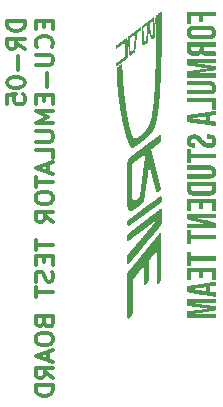
<source format=gbr>
%TF.GenerationSoftware,KiCad,Pcbnew,7.0.6*%
%TF.CreationDate,2024-04-09T21:05:34+03:00*%
%TF.ProjectId,ecu-emulator,6563752d-656d-4756-9c61-746f722e6b69,rev?*%
%TF.SameCoordinates,Original*%
%TF.FileFunction,Legend,Bot*%
%TF.FilePolarity,Positive*%
%FSLAX46Y46*%
G04 Gerber Fmt 4.6, Leading zero omitted, Abs format (unit mm)*
G04 Created by KiCad (PCBNEW 7.0.6) date 2024-04-09 21:05:34*
%MOMM*%
%LPD*%
G01*
G04 APERTURE LIST*
%ADD10C,0.300000*%
G04 APERTURE END LIST*
D10*
X119935828Y-64054510D02*
X118435828Y-64054510D01*
X118435828Y-64054510D02*
X118435828Y-64411653D01*
X118435828Y-64411653D02*
X118507257Y-64625939D01*
X118507257Y-64625939D02*
X118650114Y-64768796D01*
X118650114Y-64768796D02*
X118792971Y-64840225D01*
X118792971Y-64840225D02*
X119078685Y-64911653D01*
X119078685Y-64911653D02*
X119292971Y-64911653D01*
X119292971Y-64911653D02*
X119578685Y-64840225D01*
X119578685Y-64840225D02*
X119721542Y-64768796D01*
X119721542Y-64768796D02*
X119864400Y-64625939D01*
X119864400Y-64625939D02*
X119935828Y-64411653D01*
X119935828Y-64411653D02*
X119935828Y-64054510D01*
X119935828Y-66411653D02*
X119221542Y-65911653D01*
X119935828Y-65554510D02*
X118435828Y-65554510D01*
X118435828Y-65554510D02*
X118435828Y-66125939D01*
X118435828Y-66125939D02*
X118507257Y-66268796D01*
X118507257Y-66268796D02*
X118578685Y-66340225D01*
X118578685Y-66340225D02*
X118721542Y-66411653D01*
X118721542Y-66411653D02*
X118935828Y-66411653D01*
X118935828Y-66411653D02*
X119078685Y-66340225D01*
X119078685Y-66340225D02*
X119150114Y-66268796D01*
X119150114Y-66268796D02*
X119221542Y-66125939D01*
X119221542Y-66125939D02*
X119221542Y-65554510D01*
X119364400Y-67054510D02*
X119364400Y-68197368D01*
X118435828Y-69197368D02*
X118435828Y-69340225D01*
X118435828Y-69340225D02*
X118507257Y-69483082D01*
X118507257Y-69483082D02*
X118578685Y-69554511D01*
X118578685Y-69554511D02*
X118721542Y-69625939D01*
X118721542Y-69625939D02*
X119007257Y-69697368D01*
X119007257Y-69697368D02*
X119364400Y-69697368D01*
X119364400Y-69697368D02*
X119650114Y-69625939D01*
X119650114Y-69625939D02*
X119792971Y-69554511D01*
X119792971Y-69554511D02*
X119864400Y-69483082D01*
X119864400Y-69483082D02*
X119935828Y-69340225D01*
X119935828Y-69340225D02*
X119935828Y-69197368D01*
X119935828Y-69197368D02*
X119864400Y-69054511D01*
X119864400Y-69054511D02*
X119792971Y-68983082D01*
X119792971Y-68983082D02*
X119650114Y-68911653D01*
X119650114Y-68911653D02*
X119364400Y-68840225D01*
X119364400Y-68840225D02*
X119007257Y-68840225D01*
X119007257Y-68840225D02*
X118721542Y-68911653D01*
X118721542Y-68911653D02*
X118578685Y-68983082D01*
X118578685Y-68983082D02*
X118507257Y-69054511D01*
X118507257Y-69054511D02*
X118435828Y-69197368D01*
X118435828Y-71054510D02*
X118435828Y-70340224D01*
X118435828Y-70340224D02*
X119150114Y-70268796D01*
X119150114Y-70268796D02*
X119078685Y-70340224D01*
X119078685Y-70340224D02*
X119007257Y-70483082D01*
X119007257Y-70483082D02*
X119007257Y-70840224D01*
X119007257Y-70840224D02*
X119078685Y-70983082D01*
X119078685Y-70983082D02*
X119150114Y-71054510D01*
X119150114Y-71054510D02*
X119292971Y-71125939D01*
X119292971Y-71125939D02*
X119650114Y-71125939D01*
X119650114Y-71125939D02*
X119792971Y-71054510D01*
X119792971Y-71054510D02*
X119864400Y-70983082D01*
X119864400Y-70983082D02*
X119935828Y-70840224D01*
X119935828Y-70840224D02*
X119935828Y-70483082D01*
X119935828Y-70483082D02*
X119864400Y-70340224D01*
X119864400Y-70340224D02*
X119792971Y-70268796D01*
X121565114Y-64054510D02*
X121565114Y-64554510D01*
X122350828Y-64768796D02*
X122350828Y-64054510D01*
X122350828Y-64054510D02*
X120850828Y-64054510D01*
X120850828Y-64054510D02*
X120850828Y-64768796D01*
X122207971Y-66268796D02*
X122279400Y-66197368D01*
X122279400Y-66197368D02*
X122350828Y-65983082D01*
X122350828Y-65983082D02*
X122350828Y-65840225D01*
X122350828Y-65840225D02*
X122279400Y-65625939D01*
X122279400Y-65625939D02*
X122136542Y-65483082D01*
X122136542Y-65483082D02*
X121993685Y-65411653D01*
X121993685Y-65411653D02*
X121707971Y-65340225D01*
X121707971Y-65340225D02*
X121493685Y-65340225D01*
X121493685Y-65340225D02*
X121207971Y-65411653D01*
X121207971Y-65411653D02*
X121065114Y-65483082D01*
X121065114Y-65483082D02*
X120922257Y-65625939D01*
X120922257Y-65625939D02*
X120850828Y-65840225D01*
X120850828Y-65840225D02*
X120850828Y-65983082D01*
X120850828Y-65983082D02*
X120922257Y-66197368D01*
X120922257Y-66197368D02*
X120993685Y-66268796D01*
X120850828Y-66911653D02*
X122065114Y-66911653D01*
X122065114Y-66911653D02*
X122207971Y-66983082D01*
X122207971Y-66983082D02*
X122279400Y-67054511D01*
X122279400Y-67054511D02*
X122350828Y-67197368D01*
X122350828Y-67197368D02*
X122350828Y-67483082D01*
X122350828Y-67483082D02*
X122279400Y-67625939D01*
X122279400Y-67625939D02*
X122207971Y-67697368D01*
X122207971Y-67697368D02*
X122065114Y-67768796D01*
X122065114Y-67768796D02*
X120850828Y-67768796D01*
X121779400Y-68483082D02*
X121779400Y-69625940D01*
X121565114Y-70340225D02*
X121565114Y-70840225D01*
X122350828Y-71054511D02*
X122350828Y-70340225D01*
X122350828Y-70340225D02*
X120850828Y-70340225D01*
X120850828Y-70340225D02*
X120850828Y-71054511D01*
X122350828Y-71697368D02*
X120850828Y-71697368D01*
X120850828Y-71697368D02*
X121922257Y-72197368D01*
X121922257Y-72197368D02*
X120850828Y-72697368D01*
X120850828Y-72697368D02*
X122350828Y-72697368D01*
X120850828Y-73411654D02*
X122065114Y-73411654D01*
X122065114Y-73411654D02*
X122207971Y-73483083D01*
X122207971Y-73483083D02*
X122279400Y-73554512D01*
X122279400Y-73554512D02*
X122350828Y-73697369D01*
X122350828Y-73697369D02*
X122350828Y-73983083D01*
X122350828Y-73983083D02*
X122279400Y-74125940D01*
X122279400Y-74125940D02*
X122207971Y-74197369D01*
X122207971Y-74197369D02*
X122065114Y-74268797D01*
X122065114Y-74268797D02*
X120850828Y-74268797D01*
X122350828Y-75697369D02*
X122350828Y-74983083D01*
X122350828Y-74983083D02*
X120850828Y-74983083D01*
X121922257Y-76125941D02*
X121922257Y-76840227D01*
X122350828Y-75983084D02*
X120850828Y-76483084D01*
X120850828Y-76483084D02*
X122350828Y-76983084D01*
X120850828Y-77268798D02*
X120850828Y-78125941D01*
X122350828Y-77697369D02*
X120850828Y-77697369D01*
X120850828Y-78911655D02*
X120850828Y-79197369D01*
X120850828Y-79197369D02*
X120922257Y-79340226D01*
X120922257Y-79340226D02*
X121065114Y-79483083D01*
X121065114Y-79483083D02*
X121350828Y-79554512D01*
X121350828Y-79554512D02*
X121850828Y-79554512D01*
X121850828Y-79554512D02*
X122136542Y-79483083D01*
X122136542Y-79483083D02*
X122279400Y-79340226D01*
X122279400Y-79340226D02*
X122350828Y-79197369D01*
X122350828Y-79197369D02*
X122350828Y-78911655D01*
X122350828Y-78911655D02*
X122279400Y-78768798D01*
X122279400Y-78768798D02*
X122136542Y-78625940D01*
X122136542Y-78625940D02*
X121850828Y-78554512D01*
X121850828Y-78554512D02*
X121350828Y-78554512D01*
X121350828Y-78554512D02*
X121065114Y-78625940D01*
X121065114Y-78625940D02*
X120922257Y-78768798D01*
X120922257Y-78768798D02*
X120850828Y-78911655D01*
X122350828Y-81054512D02*
X121636542Y-80554512D01*
X122350828Y-80197369D02*
X120850828Y-80197369D01*
X120850828Y-80197369D02*
X120850828Y-80768798D01*
X120850828Y-80768798D02*
X120922257Y-80911655D01*
X120922257Y-80911655D02*
X120993685Y-80983084D01*
X120993685Y-80983084D02*
X121136542Y-81054512D01*
X121136542Y-81054512D02*
X121350828Y-81054512D01*
X121350828Y-81054512D02*
X121493685Y-80983084D01*
X121493685Y-80983084D02*
X121565114Y-80911655D01*
X121565114Y-80911655D02*
X121636542Y-80768798D01*
X121636542Y-80768798D02*
X121636542Y-80197369D01*
X120850828Y-82625941D02*
X120850828Y-83483084D01*
X122350828Y-83054512D02*
X120850828Y-83054512D01*
X121565114Y-83983083D02*
X121565114Y-84483083D01*
X122350828Y-84697369D02*
X122350828Y-83983083D01*
X122350828Y-83983083D02*
X120850828Y-83983083D01*
X120850828Y-83983083D02*
X120850828Y-84697369D01*
X122279400Y-85268798D02*
X122350828Y-85483084D01*
X122350828Y-85483084D02*
X122350828Y-85840226D01*
X122350828Y-85840226D02*
X122279400Y-85983084D01*
X122279400Y-85983084D02*
X122207971Y-86054512D01*
X122207971Y-86054512D02*
X122065114Y-86125941D01*
X122065114Y-86125941D02*
X121922257Y-86125941D01*
X121922257Y-86125941D02*
X121779400Y-86054512D01*
X121779400Y-86054512D02*
X121707971Y-85983084D01*
X121707971Y-85983084D02*
X121636542Y-85840226D01*
X121636542Y-85840226D02*
X121565114Y-85554512D01*
X121565114Y-85554512D02*
X121493685Y-85411655D01*
X121493685Y-85411655D02*
X121422257Y-85340226D01*
X121422257Y-85340226D02*
X121279400Y-85268798D01*
X121279400Y-85268798D02*
X121136542Y-85268798D01*
X121136542Y-85268798D02*
X120993685Y-85340226D01*
X120993685Y-85340226D02*
X120922257Y-85411655D01*
X120922257Y-85411655D02*
X120850828Y-85554512D01*
X120850828Y-85554512D02*
X120850828Y-85911655D01*
X120850828Y-85911655D02*
X120922257Y-86125941D01*
X120850828Y-86554512D02*
X120850828Y-87411655D01*
X122350828Y-86983083D02*
X120850828Y-86983083D01*
X121565114Y-89554511D02*
X121636542Y-89768797D01*
X121636542Y-89768797D02*
X121707971Y-89840226D01*
X121707971Y-89840226D02*
X121850828Y-89911654D01*
X121850828Y-89911654D02*
X122065114Y-89911654D01*
X122065114Y-89911654D02*
X122207971Y-89840226D01*
X122207971Y-89840226D02*
X122279400Y-89768797D01*
X122279400Y-89768797D02*
X122350828Y-89625940D01*
X122350828Y-89625940D02*
X122350828Y-89054511D01*
X122350828Y-89054511D02*
X120850828Y-89054511D01*
X120850828Y-89054511D02*
X120850828Y-89554511D01*
X120850828Y-89554511D02*
X120922257Y-89697369D01*
X120922257Y-89697369D02*
X120993685Y-89768797D01*
X120993685Y-89768797D02*
X121136542Y-89840226D01*
X121136542Y-89840226D02*
X121279400Y-89840226D01*
X121279400Y-89840226D02*
X121422257Y-89768797D01*
X121422257Y-89768797D02*
X121493685Y-89697369D01*
X121493685Y-89697369D02*
X121565114Y-89554511D01*
X121565114Y-89554511D02*
X121565114Y-89054511D01*
X120850828Y-90840226D02*
X120850828Y-91125940D01*
X120850828Y-91125940D02*
X120922257Y-91268797D01*
X120922257Y-91268797D02*
X121065114Y-91411654D01*
X121065114Y-91411654D02*
X121350828Y-91483083D01*
X121350828Y-91483083D02*
X121850828Y-91483083D01*
X121850828Y-91483083D02*
X122136542Y-91411654D01*
X122136542Y-91411654D02*
X122279400Y-91268797D01*
X122279400Y-91268797D02*
X122350828Y-91125940D01*
X122350828Y-91125940D02*
X122350828Y-90840226D01*
X122350828Y-90840226D02*
X122279400Y-90697369D01*
X122279400Y-90697369D02*
X122136542Y-90554511D01*
X122136542Y-90554511D02*
X121850828Y-90483083D01*
X121850828Y-90483083D02*
X121350828Y-90483083D01*
X121350828Y-90483083D02*
X121065114Y-90554511D01*
X121065114Y-90554511D02*
X120922257Y-90697369D01*
X120922257Y-90697369D02*
X120850828Y-90840226D01*
X121922257Y-92054512D02*
X121922257Y-92768798D01*
X122350828Y-91911655D02*
X120850828Y-92411655D01*
X120850828Y-92411655D02*
X122350828Y-92911655D01*
X122350828Y-94268797D02*
X121636542Y-93768797D01*
X122350828Y-93411654D02*
X120850828Y-93411654D01*
X120850828Y-93411654D02*
X120850828Y-93983083D01*
X120850828Y-93983083D02*
X120922257Y-94125940D01*
X120922257Y-94125940D02*
X120993685Y-94197369D01*
X120993685Y-94197369D02*
X121136542Y-94268797D01*
X121136542Y-94268797D02*
X121350828Y-94268797D01*
X121350828Y-94268797D02*
X121493685Y-94197369D01*
X121493685Y-94197369D02*
X121565114Y-94125940D01*
X121565114Y-94125940D02*
X121636542Y-93983083D01*
X121636542Y-93983083D02*
X121636542Y-93411654D01*
X122350828Y-94911654D02*
X120850828Y-94911654D01*
X120850828Y-94911654D02*
X120850828Y-95268797D01*
X120850828Y-95268797D02*
X120922257Y-95483083D01*
X120922257Y-95483083D02*
X121065114Y-95625940D01*
X121065114Y-95625940D02*
X121207971Y-95697369D01*
X121207971Y-95697369D02*
X121493685Y-95768797D01*
X121493685Y-95768797D02*
X121707971Y-95768797D01*
X121707971Y-95768797D02*
X121993685Y-95697369D01*
X121993685Y-95697369D02*
X122136542Y-95625940D01*
X122136542Y-95625940D02*
X122279400Y-95483083D01*
X122279400Y-95483083D02*
X122350828Y-95268797D01*
X122350828Y-95268797D02*
X122350828Y-94911654D01*
%TO.C,*%
G36*
X136122187Y-71050533D02*
G01*
X136122187Y-71556928D01*
X135946703Y-71556928D01*
X135771220Y-71556928D01*
X135771220Y-71241058D01*
X135771220Y-70925187D01*
X134728346Y-70925187D01*
X133685472Y-70925187D01*
X133685472Y-70734662D01*
X133685472Y-70544137D01*
X134903829Y-70544137D01*
X136122187Y-70544137D01*
X136122187Y-71050533D01*
G37*
G36*
X134036439Y-75106711D02*
G01*
X134036439Y-75307264D01*
X135079313Y-75307264D01*
X136122187Y-75307264D01*
X136122187Y-75497789D01*
X136122187Y-75688314D01*
X135079313Y-75688314D01*
X134036439Y-75688314D01*
X134036439Y-75888867D01*
X134036439Y-76089419D01*
X133860955Y-76089419D01*
X133685472Y-76089419D01*
X133685472Y-75497789D01*
X133685472Y-74906158D01*
X133860955Y-74906158D01*
X134036439Y-74906158D01*
X134036439Y-75106711D01*
G37*
G36*
X134036439Y-81945558D02*
G01*
X134036439Y-82146111D01*
X135079313Y-82146111D01*
X136122187Y-82146111D01*
X136122187Y-82336636D01*
X136122187Y-82527161D01*
X135079313Y-82527161D01*
X134036439Y-82527161D01*
X134036439Y-82727714D01*
X134036439Y-82928267D01*
X133860955Y-82928267D01*
X133685472Y-82928267D01*
X133685472Y-82336636D01*
X133685472Y-81745006D01*
X133860955Y-81745006D01*
X134036439Y-81745006D01*
X134036439Y-81945558D01*
G37*
G36*
X134036439Y-83780616D02*
G01*
X134036439Y-83981168D01*
X135079313Y-83981168D01*
X136122187Y-83981168D01*
X136122187Y-84171693D01*
X136122187Y-84362218D01*
X135079313Y-84362218D01*
X134036439Y-84362218D01*
X134036439Y-84562771D01*
X134036439Y-84763324D01*
X133860955Y-84763324D01*
X133685472Y-84763324D01*
X133685472Y-84171693D01*
X133685472Y-83580063D01*
X133860955Y-83580063D01*
X134036439Y-83580063D01*
X134036439Y-83780616D01*
G37*
G36*
X136122187Y-63464627D02*
G01*
X136122187Y-63655152D01*
X135590722Y-63655152D01*
X135059258Y-63655152D01*
X135059258Y-63905843D01*
X135059258Y-64156534D01*
X134883774Y-64156534D01*
X134708291Y-64156534D01*
X134708291Y-63905843D01*
X134708291Y-63655152D01*
X134372365Y-63655152D01*
X134036439Y-63655152D01*
X134036439Y-63971022D01*
X134036439Y-64286893D01*
X133860955Y-64286893D01*
X133685472Y-64286893D01*
X133685472Y-63780497D01*
X133685472Y-63274102D01*
X134903829Y-63274102D01*
X136122187Y-63274102D01*
X136122187Y-63464627D01*
G37*
G36*
X136122187Y-79619147D02*
G01*
X136122187Y-80140584D01*
X135946703Y-80140584D01*
X135771220Y-80140584D01*
X135771220Y-79809672D01*
X135771220Y-79478760D01*
X135400197Y-79478760D01*
X135029175Y-79478760D01*
X135029175Y-79744492D01*
X135029175Y-80010225D01*
X134853691Y-80010225D01*
X134678208Y-80010225D01*
X134678208Y-79744492D01*
X134678208Y-79478760D01*
X134357323Y-79478760D01*
X134036439Y-79478760D01*
X134036439Y-79809672D01*
X134036439Y-80140584D01*
X133860955Y-80140584D01*
X133685472Y-80140584D01*
X133685472Y-79619147D01*
X133685472Y-79097710D01*
X134903829Y-79097710D01*
X136122187Y-79097710D01*
X136122187Y-79619147D01*
G37*
G36*
X136122187Y-85465258D02*
G01*
X136122187Y-85986695D01*
X135946703Y-85986695D01*
X135771220Y-85986695D01*
X135771220Y-85655783D01*
X135771220Y-85324871D01*
X135400197Y-85324871D01*
X135029175Y-85324871D01*
X135029175Y-85590604D01*
X135029175Y-85856336D01*
X134853691Y-85856336D01*
X134678208Y-85856336D01*
X134678208Y-85590604D01*
X134678208Y-85324871D01*
X134357323Y-85324871D01*
X134036439Y-85324871D01*
X134036439Y-85655783D01*
X134036439Y-85986695D01*
X133860955Y-85986695D01*
X133685472Y-85986695D01*
X133685472Y-85465258D01*
X133685472Y-84943821D01*
X134903829Y-84943821D01*
X136122187Y-84943821D01*
X136122187Y-85465258D01*
G37*
G36*
X136122187Y-80531662D02*
G01*
X136122187Y-80702132D01*
X135232234Y-80702923D01*
X135105377Y-80703094D01*
X134979998Y-80703382D01*
X134862123Y-80703773D01*
X134753146Y-80704256D01*
X134654461Y-80704822D01*
X134567465Y-80705459D01*
X134493550Y-80706159D01*
X134434112Y-80706910D01*
X134390545Y-80707702D01*
X134364245Y-80708525D01*
X134356604Y-80709369D01*
X134368225Y-80712675D01*
X134397857Y-80720652D01*
X134444101Y-80732933D01*
X134505556Y-80749152D01*
X134580823Y-80768940D01*
X134668501Y-80791931D01*
X134767189Y-80817757D01*
X134875489Y-80846052D01*
X134991999Y-80876448D01*
X135115320Y-80908578D01*
X135244050Y-80942075D01*
X136117173Y-81169127D01*
X136119892Y-81366818D01*
X136122611Y-81564508D01*
X134904041Y-81564508D01*
X133685472Y-81564508D01*
X133685472Y-81394038D01*
X133685472Y-81223569D01*
X134414147Y-81223569D01*
X134522554Y-81223522D01*
X134635805Y-81223371D01*
X134741503Y-81223122D01*
X134838085Y-81222785D01*
X134923990Y-81222370D01*
X134997654Y-81221884D01*
X135057514Y-81221337D01*
X135102008Y-81220737D01*
X135129572Y-81220095D01*
X135138643Y-81219418D01*
X135130244Y-81216805D01*
X135103827Y-81209541D01*
X135060910Y-81198070D01*
X135003027Y-81182793D01*
X134931715Y-81164112D01*
X134848512Y-81142428D01*
X134754954Y-81118143D01*
X134652578Y-81091657D01*
X134542920Y-81063373D01*
X134427517Y-81033691D01*
X134324767Y-81007290D01*
X134213682Y-80978724D01*
X134109422Y-80951887D01*
X134013562Y-80927188D01*
X133927678Y-80905032D01*
X133853345Y-80885827D01*
X133792137Y-80869978D01*
X133745631Y-80857894D01*
X133715400Y-80849979D01*
X133703020Y-80846641D01*
X133698900Y-80844686D01*
X133694311Y-80838940D01*
X133690897Y-80827504D01*
X133688487Y-80807984D01*
X133686911Y-80777986D01*
X133685997Y-80735115D01*
X133685575Y-80676978D01*
X133685472Y-80601180D01*
X133685472Y-80361192D01*
X134903829Y-80361192D01*
X136122187Y-80361192D01*
X136122187Y-80531662D01*
G37*
G36*
X134700770Y-69132473D02*
G01*
X135716068Y-69135254D01*
X135786261Y-69158777D01*
X135813171Y-69168266D01*
X135891091Y-69203059D01*
X135956300Y-69245704D01*
X136014200Y-69299536D01*
X136064659Y-69363370D01*
X136107691Y-69444941D01*
X136135973Y-69538215D01*
X136137329Y-69544908D01*
X136144190Y-69591169D01*
X136149173Y-69645253D01*
X136151278Y-69696802D01*
X136150371Y-69744320D01*
X136137172Y-69854616D01*
X136108428Y-69952656D01*
X136064225Y-70038198D01*
X136004647Y-70111001D01*
X135975154Y-70138361D01*
X135914340Y-70183350D01*
X135846174Y-70218013D01*
X135764446Y-70245836D01*
X135761277Y-70246729D01*
X135748383Y-70250252D01*
X135735446Y-70253368D01*
X135721216Y-70256105D01*
X135704441Y-70258493D01*
X135683871Y-70260561D01*
X135658255Y-70262338D01*
X135626343Y-70263853D01*
X135586883Y-70265136D01*
X135538624Y-70266216D01*
X135480317Y-70267122D01*
X135410710Y-70267883D01*
X135328552Y-70268529D01*
X135232593Y-70269089D01*
X135121582Y-70269592D01*
X134994268Y-70270067D01*
X134849400Y-70270544D01*
X134685728Y-70271052D01*
X133685472Y-70274123D01*
X133685472Y-70088246D01*
X133685472Y-69902369D01*
X134647631Y-69902369D01*
X134833413Y-69902265D01*
X135000742Y-69901950D01*
X135148572Y-69901420D01*
X135277179Y-69900672D01*
X135386842Y-69899704D01*
X135477838Y-69898512D01*
X135550445Y-69897093D01*
X135604942Y-69895445D01*
X135641606Y-69893564D01*
X135660715Y-69891447D01*
X135681063Y-69886209D01*
X135733653Y-69861292D01*
X135771230Y-69823082D01*
X135793783Y-69771590D01*
X135801303Y-69706830D01*
X135800507Y-69684303D01*
X135788094Y-69623858D01*
X135760652Y-69576686D01*
X135718189Y-69542800D01*
X135660715Y-69522212D01*
X135641793Y-69520109D01*
X135605248Y-69518226D01*
X135550872Y-69516576D01*
X135478388Y-69515156D01*
X135387516Y-69513962D01*
X135277980Y-69512993D01*
X135149501Y-69512244D01*
X135001802Y-69511712D01*
X134834605Y-69511396D01*
X134647631Y-69511291D01*
X133685472Y-69511291D01*
X133685472Y-69320491D01*
X133685472Y-69129691D01*
X134700770Y-69132473D01*
G37*
G36*
X134700770Y-76272149D02*
G01*
X135716068Y-76274931D01*
X135786261Y-76298454D01*
X135813171Y-76307942D01*
X135891091Y-76342736D01*
X135956300Y-76385380D01*
X136014200Y-76439212D01*
X136064659Y-76503047D01*
X136107691Y-76584617D01*
X136135973Y-76677891D01*
X136137329Y-76684584D01*
X136144190Y-76730845D01*
X136149173Y-76784929D01*
X136151278Y-76836478D01*
X136150371Y-76883996D01*
X136137172Y-76994293D01*
X136108428Y-77092332D01*
X136064225Y-77177874D01*
X136004647Y-77250677D01*
X135975154Y-77278037D01*
X135914340Y-77323027D01*
X135846174Y-77357689D01*
X135764446Y-77385512D01*
X135761277Y-77386405D01*
X135748383Y-77389929D01*
X135735446Y-77393044D01*
X135721216Y-77395781D01*
X135704441Y-77398169D01*
X135683871Y-77400237D01*
X135658255Y-77402014D01*
X135626343Y-77403529D01*
X135586883Y-77404812D01*
X135538624Y-77405892D01*
X135480317Y-77406798D01*
X135410710Y-77407560D01*
X135328552Y-77408206D01*
X135232593Y-77408766D01*
X135121582Y-77409268D01*
X134994268Y-77409744D01*
X134849400Y-77410221D01*
X134685728Y-77410728D01*
X133685472Y-77413800D01*
X133685472Y-77227922D01*
X133685472Y-77042045D01*
X134647631Y-77042045D01*
X134833413Y-77041941D01*
X135000742Y-77041626D01*
X135148572Y-77041096D01*
X135277179Y-77040349D01*
X135386842Y-77039380D01*
X135477838Y-77038188D01*
X135550445Y-77036770D01*
X135604942Y-77035121D01*
X135641606Y-77033240D01*
X135660715Y-77031123D01*
X135681063Y-77025885D01*
X135733653Y-77000968D01*
X135771230Y-76962758D01*
X135793783Y-76911266D01*
X135801303Y-76846506D01*
X135800507Y-76823979D01*
X135788094Y-76763534D01*
X135760652Y-76716363D01*
X135718189Y-76682476D01*
X135660715Y-76661888D01*
X135641793Y-76659785D01*
X135605248Y-76657902D01*
X135550872Y-76656252D01*
X135478388Y-76654832D01*
X135387516Y-76653639D01*
X135277980Y-76652669D01*
X135149501Y-76651920D01*
X135001802Y-76651388D01*
X134834605Y-76651072D01*
X134647631Y-76650967D01*
X133685472Y-76650967D01*
X133685472Y-76460167D01*
X133685472Y-76269367D01*
X134700770Y-76272149D01*
G37*
G36*
X134036439Y-77683813D02*
G01*
X134903829Y-77683813D01*
X136122187Y-77683813D01*
X136122187Y-78018857D01*
X136122013Y-78107320D01*
X136121320Y-78194035D01*
X136120024Y-78264797D01*
X136118045Y-78321816D01*
X136115304Y-78367299D01*
X136111720Y-78403457D01*
X136107212Y-78432497D01*
X136088094Y-78507140D01*
X136048958Y-78596569D01*
X135994551Y-78673010D01*
X135924936Y-78736398D01*
X135840177Y-78786664D01*
X135740335Y-78823741D01*
X135740143Y-78823795D01*
X135727098Y-78827183D01*
X135712590Y-78830125D01*
X135695190Y-78832653D01*
X135673467Y-78834796D01*
X135645991Y-78836588D01*
X135611331Y-78838058D01*
X135568058Y-78839238D01*
X135514741Y-78840160D01*
X135449950Y-78840854D01*
X135372255Y-78841352D01*
X135280226Y-78841684D01*
X135172432Y-78841883D01*
X135047443Y-78841980D01*
X134903829Y-78842005D01*
X134901529Y-78842005D01*
X134758205Y-78841979D01*
X134633485Y-78841881D01*
X134525938Y-78841680D01*
X134434135Y-78841345D01*
X134356644Y-78840845D01*
X134292036Y-78840147D01*
X134238880Y-78839222D01*
X134195747Y-78838038D01*
X134161206Y-78836563D01*
X134133827Y-78834767D01*
X134112179Y-78832618D01*
X134094833Y-78830084D01*
X134080358Y-78827136D01*
X134067324Y-78823741D01*
X133991862Y-78797521D01*
X133903195Y-78750659D01*
X133829657Y-78690659D01*
X133771311Y-78617587D01*
X133728220Y-78531511D01*
X133700446Y-78432497D01*
X133696534Y-78408055D01*
X133692820Y-78373066D01*
X133689962Y-78329072D01*
X133687877Y-78273862D01*
X133686488Y-78205229D01*
X133685712Y-78120964D01*
X133685580Y-78064864D01*
X134036439Y-78064864D01*
X134036439Y-78193098D01*
X134036439Y-78193308D01*
X134038033Y-78264509D01*
X134043648Y-78319087D01*
X134054553Y-78360278D01*
X134072017Y-78391318D01*
X134097310Y-78415442D01*
X134131701Y-78435886D01*
X134181840Y-78460955D01*
X134903829Y-78460955D01*
X135625819Y-78460955D01*
X135675957Y-78435886D01*
X135697665Y-78423884D01*
X135727018Y-78399510D01*
X135748658Y-78366075D01*
X135751513Y-78360289D01*
X135760203Y-78339412D01*
X135765921Y-78316843D01*
X135769264Y-78287993D01*
X135770831Y-78248275D01*
X135771220Y-78193098D01*
X135771220Y-78064864D01*
X134903829Y-78064864D01*
X134036439Y-78064864D01*
X133685580Y-78064864D01*
X133685472Y-78018857D01*
X133685472Y-77683813D01*
X134036439Y-77683813D01*
G37*
G36*
X136122187Y-71834453D02*
G01*
X136122187Y-72014039D01*
X135881524Y-72048491D01*
X135640861Y-72082943D01*
X135640861Y-72300226D01*
X135640861Y-72517510D01*
X135728602Y-72529959D01*
X135736595Y-72531094D01*
X135783189Y-72537713D01*
X135841520Y-72546006D01*
X135904929Y-72555026D01*
X135966759Y-72563827D01*
X136117173Y-72585245D01*
X136119901Y-72779246D01*
X136122629Y-72973247D01*
X136094832Y-72967908D01*
X136087333Y-72966613D01*
X136060714Y-72962176D01*
X136016431Y-72954868D01*
X135955732Y-72944892D01*
X135879862Y-72932451D01*
X135790067Y-72917749D01*
X135687593Y-72900991D01*
X135573686Y-72882379D01*
X135449592Y-72862118D01*
X135316557Y-72840410D01*
X135175826Y-72817461D01*
X135028647Y-72793473D01*
X134876264Y-72768651D01*
X133685492Y-72574733D01*
X133685500Y-72314015D01*
X133685500Y-72299603D01*
X134134388Y-72299603D01*
X134139350Y-72300941D01*
X134162237Y-72305119D01*
X134202000Y-72311613D01*
X134256822Y-72320149D01*
X134324886Y-72330453D01*
X134404378Y-72342252D01*
X134493479Y-72355271D01*
X134590375Y-72369236D01*
X134693249Y-72383875D01*
X134756311Y-72392795D01*
X134857226Y-72407083D01*
X134951771Y-72420486D01*
X135038018Y-72432730D01*
X135114042Y-72443540D01*
X135177915Y-72452643D01*
X135227710Y-72459763D01*
X135261500Y-72464628D01*
X135277359Y-72466964D01*
X135309949Y-72472067D01*
X135309949Y-72299032D01*
X135309949Y-72125997D01*
X135282373Y-72131320D01*
X135273833Y-72132703D01*
X135246086Y-72136823D01*
X135201685Y-72143236D01*
X135142512Y-72151677D01*
X135070447Y-72161880D01*
X134987374Y-72173578D01*
X134895174Y-72186504D01*
X134795730Y-72200394D01*
X134690922Y-72214980D01*
X134611163Y-72226134D01*
X134512382Y-72240163D01*
X134421325Y-72253335D01*
X134339729Y-72265387D01*
X134269328Y-72276054D01*
X134211859Y-72285074D01*
X134169055Y-72292181D01*
X134142653Y-72297112D01*
X134134388Y-72299603D01*
X133685500Y-72299603D01*
X133685507Y-72053296D01*
X134876271Y-71859354D01*
X134985171Y-71841614D01*
X135133971Y-71817364D01*
X135276679Y-71794094D01*
X135309949Y-71788666D01*
X135412048Y-71772008D01*
X135538834Y-71751310D01*
X135655789Y-71732204D01*
X135761669Y-71714894D01*
X135855228Y-71699582D01*
X135935221Y-71686474D01*
X136000401Y-71675771D01*
X136049523Y-71667679D01*
X136081342Y-71662401D01*
X136094611Y-71660139D01*
X136122187Y-71654867D01*
X136122187Y-71834453D01*
G37*
G36*
X136122187Y-86284275D02*
G01*
X136122187Y-86463862D01*
X135881524Y-86498313D01*
X135640861Y-86532765D01*
X135640861Y-86750049D01*
X135640861Y-86967332D01*
X135728602Y-86979782D01*
X135736595Y-86980916D01*
X135783189Y-86987535D01*
X135841520Y-86995828D01*
X135904929Y-87004848D01*
X135966759Y-87013649D01*
X136117173Y-87035067D01*
X136119901Y-87229068D01*
X136122629Y-87423070D01*
X136094832Y-87417730D01*
X136087333Y-87416435D01*
X136060714Y-87411999D01*
X136016431Y-87404691D01*
X135955732Y-87394714D01*
X135879862Y-87382273D01*
X135790067Y-87367572D01*
X135687593Y-87350813D01*
X135573686Y-87332201D01*
X135449592Y-87311940D01*
X135316557Y-87290233D01*
X135175826Y-87267283D01*
X135028647Y-87243296D01*
X134876264Y-87218473D01*
X133685492Y-87024556D01*
X133685500Y-86763837D01*
X133685500Y-86749425D01*
X134134388Y-86749425D01*
X134139350Y-86750764D01*
X134162237Y-86754942D01*
X134202000Y-86761435D01*
X134256822Y-86769971D01*
X134324886Y-86780275D01*
X134404378Y-86792074D01*
X134493479Y-86805093D01*
X134590375Y-86819059D01*
X134693249Y-86833697D01*
X134756311Y-86842617D01*
X134857226Y-86856906D01*
X134951771Y-86870309D01*
X135038018Y-86882552D01*
X135114042Y-86893362D01*
X135177915Y-86902465D01*
X135227710Y-86909586D01*
X135261500Y-86914451D01*
X135277359Y-86916786D01*
X135309949Y-86921890D01*
X135309949Y-86748854D01*
X135309949Y-86575819D01*
X135282373Y-86581143D01*
X135273833Y-86582526D01*
X135246086Y-86586645D01*
X135201685Y-86593059D01*
X135142512Y-86601500D01*
X135070447Y-86611702D01*
X134987374Y-86623400D01*
X134895174Y-86636327D01*
X134795730Y-86650216D01*
X134690922Y-86664802D01*
X134611163Y-86675956D01*
X134512382Y-86689985D01*
X134421325Y-86703158D01*
X134339729Y-86715209D01*
X134269328Y-86725877D01*
X134211859Y-86734896D01*
X134169055Y-86742003D01*
X134142653Y-86746934D01*
X134134388Y-86749425D01*
X133685500Y-86749425D01*
X133685507Y-86503119D01*
X134876271Y-86309177D01*
X134985171Y-86291437D01*
X135133971Y-86267186D01*
X135276679Y-86243916D01*
X135309949Y-86238488D01*
X135412048Y-86221830D01*
X135538834Y-86201133D01*
X135655789Y-86182027D01*
X135761669Y-86164716D01*
X135855228Y-86149405D01*
X135935221Y-86136296D01*
X136000401Y-86125594D01*
X136049523Y-86117501D01*
X136081342Y-86112223D01*
X136094611Y-86109962D01*
X136122187Y-86104689D01*
X136122187Y-86284275D01*
G37*
G36*
X134036439Y-65861232D02*
G01*
X134903069Y-65861232D01*
X136122187Y-65861232D01*
X136122187Y-66051757D01*
X136122187Y-66242282D01*
X135600750Y-66242282D01*
X135079313Y-66242282D01*
X135079369Y-66340051D01*
X135079636Y-66361830D01*
X135081774Y-66408875D01*
X135085583Y-66449825D01*
X135090498Y-66477705D01*
X135102636Y-66506466D01*
X135132790Y-66547449D01*
X135172260Y-66581872D01*
X135214912Y-66603528D01*
X135220027Y-66604828D01*
X135247098Y-66608585D01*
X135291735Y-66612018D01*
X135354436Y-66615150D01*
X135435700Y-66618002D01*
X135536023Y-66620596D01*
X135655902Y-66622954D01*
X135763838Y-66625022D01*
X135859482Y-66627339D01*
X135937156Y-66629839D01*
X135997933Y-66632571D01*
X136042884Y-66635582D01*
X136073082Y-66638921D01*
X136089597Y-66642638D01*
X136122187Y-66655377D01*
X136122187Y-66849935D01*
X136122185Y-66857318D01*
X136122035Y-66916568D01*
X136121670Y-66967946D01*
X136121129Y-67008404D01*
X136120453Y-67034899D01*
X136119680Y-67044384D01*
X136114889Y-67043080D01*
X136095582Y-67037041D01*
X136067035Y-67027763D01*
X136055017Y-67024358D01*
X136035465Y-67020551D01*
X136009543Y-67017309D01*
X135975298Y-67014530D01*
X135930773Y-67012113D01*
X135874013Y-67009957D01*
X135803065Y-67007958D01*
X135715971Y-67006017D01*
X135610778Y-67004031D01*
X135525173Y-67002436D01*
X135434341Y-67000486D01*
X135359927Y-66998492D01*
X135299907Y-66996349D01*
X135252259Y-66993950D01*
X135214960Y-66991190D01*
X135185987Y-66987964D01*
X135163316Y-66984164D01*
X135144926Y-66979687D01*
X135067151Y-66951748D01*
X134997620Y-66912121D01*
X134943168Y-66861940D01*
X134902097Y-66799948D01*
X134877029Y-66750942D01*
X134848288Y-66801266D01*
X134808417Y-66857208D01*
X134750598Y-66908945D01*
X134677585Y-66949945D01*
X134587959Y-66981190D01*
X134555226Y-66987674D01*
X134500990Y-66993744D01*
X134435041Y-66997855D01*
X134361901Y-67000005D01*
X134286086Y-67000194D01*
X134212116Y-66998420D01*
X134144510Y-66994683D01*
X134087788Y-66988982D01*
X134046467Y-66981315D01*
X134010262Y-66970606D01*
X133921652Y-66933858D01*
X133848678Y-66885538D01*
X133789959Y-66824319D01*
X133744116Y-66748876D01*
X133709767Y-66657883D01*
X133706857Y-66647107D01*
X133702642Y-66626748D01*
X133699185Y-66601688D01*
X133696373Y-66569731D01*
X133694097Y-66528685D01*
X133692245Y-66476357D01*
X133690707Y-66410554D01*
X133689371Y-66329081D01*
X133688284Y-66242282D01*
X134036439Y-66242282D01*
X134036439Y-66359447D01*
X134036832Y-66394700D01*
X134040634Y-66455192D01*
X134049510Y-66500940D01*
X134064718Y-66535361D01*
X134087518Y-66561870D01*
X134119168Y-66583882D01*
X134132950Y-66591358D01*
X134149180Y-66598187D01*
X134168294Y-66603071D01*
X134193728Y-66606439D01*
X134228915Y-66608720D01*
X134277288Y-66610343D01*
X134342282Y-66611737D01*
X134359641Y-66612028D01*
X134431974Y-66612296D01*
X134493850Y-66610964D01*
X134542082Y-66608140D01*
X134573486Y-66603931D01*
X134592686Y-66598847D01*
X134647214Y-66572710D01*
X134687755Y-66532926D01*
X134713077Y-66480582D01*
X134713271Y-66479923D01*
X134721091Y-66441136D01*
X134726393Y-66390437D01*
X134728346Y-66335724D01*
X134728346Y-66242282D01*
X134382392Y-66242282D01*
X134036439Y-66242282D01*
X133688284Y-66242282D01*
X133688127Y-66229747D01*
X133683951Y-65861232D01*
X134036439Y-65861232D01*
G37*
G36*
X135540853Y-73652765D02*
G01*
X135642481Y-73657231D01*
X135730190Y-73669369D01*
X135808365Y-73690008D01*
X135881393Y-73719978D01*
X135924964Y-73743945D01*
X135999872Y-73801804D01*
X136060627Y-73873414D01*
X136106450Y-73957756D01*
X136136561Y-74053809D01*
X136147043Y-74124817D01*
X136150863Y-74209133D01*
X136147331Y-74294701D01*
X136136450Y-74372610D01*
X136112815Y-74457343D01*
X136070442Y-74546997D01*
X136012910Y-74623567D01*
X135940401Y-74686867D01*
X135853092Y-74736710D01*
X135751165Y-74772908D01*
X135717565Y-74780072D01*
X135652583Y-74787900D01*
X135577598Y-74791668D01*
X135498474Y-74791446D01*
X135421074Y-74787302D01*
X135351264Y-74779305D01*
X135294907Y-74767526D01*
X135254123Y-74754800D01*
X135181332Y-74725874D01*
X135111344Y-74688849D01*
X135041561Y-74641889D01*
X134969387Y-74583160D01*
X134892223Y-74510824D01*
X134807473Y-74423047D01*
X134775058Y-74388337D01*
X134696449Y-74305737D01*
X134628072Y-74236972D01*
X134568110Y-74180833D01*
X134514745Y-74136110D01*
X134466158Y-74101596D01*
X134420531Y-74076080D01*
X134376047Y-74058354D01*
X134330888Y-74047208D01*
X134283235Y-74041434D01*
X134231271Y-74039822D01*
X134178293Y-74042811D01*
X134113781Y-74057803D01*
X134064698Y-74085532D01*
X134030896Y-74126137D01*
X134012227Y-74179754D01*
X134008541Y-74246521D01*
X134014684Y-74297318D01*
X134029945Y-74336954D01*
X134057320Y-74367314D01*
X134099959Y-74393463D01*
X134104893Y-74395881D01*
X134132002Y-74406750D01*
X134162820Y-74414133D01*
X134202795Y-74419036D01*
X134257373Y-74422459D01*
X134367351Y-74427672D01*
X134367351Y-74606749D01*
X134367351Y-74785827D01*
X134269581Y-74785477D01*
X134258178Y-74785384D01*
X134133204Y-74776731D01*
X134022353Y-74754180D01*
X133925751Y-74717805D01*
X133843525Y-74667682D01*
X133775800Y-74603888D01*
X133722703Y-74526496D01*
X133684361Y-74435583D01*
X133670149Y-74375361D01*
X133660658Y-74299976D01*
X133657134Y-74219784D01*
X133659890Y-74142243D01*
X133669238Y-74074808D01*
X133690861Y-73997035D01*
X133732617Y-73905656D01*
X133789179Y-73827793D01*
X133860424Y-73763575D01*
X133946227Y-73713134D01*
X134046467Y-73676599D01*
X134078622Y-73669670D01*
X134138816Y-73662238D01*
X134208727Y-73658201D01*
X134282459Y-73657564D01*
X134354116Y-73660335D01*
X134417804Y-73666519D01*
X134467627Y-73676125D01*
X134476292Y-73678576D01*
X134565339Y-73710590D01*
X134651716Y-73754974D01*
X134737828Y-73813339D01*
X134826078Y-73887297D01*
X134918871Y-73978457D01*
X134978658Y-74040866D01*
X135047268Y-74111922D01*
X135104925Y-74170734D01*
X135153156Y-74218708D01*
X135193487Y-74257255D01*
X135227445Y-74287781D01*
X135256555Y-74311696D01*
X135282345Y-74330408D01*
X135306341Y-74345325D01*
X135330069Y-74357855D01*
X135375187Y-74377157D01*
X135451967Y-74399305D01*
X135529923Y-74410212D01*
X135604732Y-74409704D01*
X135672069Y-74397611D01*
X135727612Y-74373757D01*
X135740855Y-74364420D01*
X135773993Y-74326534D01*
X135794314Y-74279005D01*
X135802028Y-74226044D01*
X135797348Y-74171860D01*
X135780485Y-74120662D01*
X135751649Y-74076661D01*
X135711054Y-74044065D01*
X135701836Y-74039168D01*
X135681423Y-74030218D01*
X135658801Y-74024080D01*
X135629508Y-74020032D01*
X135589082Y-74017355D01*
X135533063Y-74015327D01*
X135400197Y-74011376D01*
X135400197Y-73832040D01*
X135400197Y-73652704D01*
X135525966Y-73652704D01*
X135540853Y-73652765D01*
G37*
G36*
X135021568Y-64447690D02*
G01*
X135155110Y-64447771D01*
X135271226Y-64448024D01*
X135371393Y-64448544D01*
X135457084Y-64449430D01*
X135529776Y-64450778D01*
X135590943Y-64452686D01*
X135642060Y-64455250D01*
X135665930Y-64457112D01*
X135684601Y-64458568D01*
X135720043Y-64462738D01*
X135749860Y-64467855D01*
X135775527Y-64474018D01*
X135798519Y-64481323D01*
X135820311Y-64489868D01*
X135842378Y-64499749D01*
X135866195Y-64511065D01*
X135939043Y-64553527D01*
X136012487Y-64616866D01*
X136071291Y-64693391D01*
X136114701Y-64782088D01*
X136141965Y-64881944D01*
X136144940Y-64906830D01*
X136147415Y-64949827D01*
X136148484Y-65001082D01*
X136147925Y-65054174D01*
X136147509Y-65067878D01*
X136144609Y-65124762D01*
X136139574Y-65169352D01*
X136131452Y-65208071D01*
X136119291Y-65247343D01*
X136111838Y-65267785D01*
X136069739Y-65355871D01*
X136015913Y-65428753D01*
X135948639Y-65488401D01*
X135866195Y-65536783D01*
X135847338Y-65545772D01*
X135825017Y-65555956D01*
X135803291Y-65564782D01*
X135780684Y-65572348D01*
X135755722Y-65578750D01*
X135726929Y-65584086D01*
X135692831Y-65588452D01*
X135651952Y-65591946D01*
X135602818Y-65594666D01*
X135543954Y-65596708D01*
X135473884Y-65598169D01*
X135391134Y-65599146D01*
X135294228Y-65599738D01*
X135181692Y-65600040D01*
X135052051Y-65600150D01*
X134903829Y-65600165D01*
X134786090Y-65600158D01*
X134652549Y-65600076D01*
X134536433Y-65599824D01*
X134436266Y-65599304D01*
X134350575Y-65598418D01*
X134277883Y-65597070D01*
X134216716Y-65595162D01*
X134165599Y-65592598D01*
X134123057Y-65589280D01*
X134087615Y-65585110D01*
X134057798Y-65579993D01*
X134032131Y-65573830D01*
X134009140Y-65566525D01*
X133987348Y-65557980D01*
X133965281Y-65548099D01*
X133941464Y-65536783D01*
X133919531Y-65525743D01*
X133842109Y-65475649D01*
X133778914Y-65414007D01*
X133727994Y-65338592D01*
X133687395Y-65247177D01*
X133677746Y-65219013D01*
X133670288Y-65191713D01*
X133665456Y-65163285D01*
X133662693Y-65128998D01*
X133661443Y-65084121D01*
X133661150Y-65023924D01*
X134006356Y-65023924D01*
X134007463Y-65046711D01*
X134021981Y-65105285D01*
X134052180Y-65153730D01*
X134096605Y-65189380D01*
X134141729Y-65214449D01*
X134903829Y-65214449D01*
X135665930Y-65214449D01*
X135711054Y-65189380D01*
X135748756Y-65161738D01*
X135778741Y-65119569D01*
X135781758Y-65113354D01*
X135799860Y-65054474D01*
X135800848Y-64995853D01*
X135785684Y-64941185D01*
X135755331Y-64894168D01*
X135710751Y-64858496D01*
X135665930Y-64833399D01*
X134903829Y-64833399D01*
X134141729Y-64833399D01*
X134096605Y-64858468D01*
X134079253Y-64869523D01*
X134039725Y-64910033D01*
X134014941Y-64962389D01*
X134006356Y-65023924D01*
X133661150Y-65023924D01*
X133661391Y-64967952D01*
X133662544Y-64922014D01*
X133665164Y-64887048D01*
X133669808Y-64858323D01*
X133677034Y-64831108D01*
X133687395Y-64800671D01*
X133696738Y-64776061D01*
X133739748Y-64688878D01*
X133793570Y-64617135D01*
X133860158Y-64558606D01*
X133941464Y-64511065D01*
X133960321Y-64502076D01*
X133982641Y-64491892D01*
X134004368Y-64483066D01*
X134026974Y-64475500D01*
X134051937Y-64469098D01*
X134080729Y-64463762D01*
X134114828Y-64459396D01*
X134155706Y-64455902D01*
X134204840Y-64453182D01*
X134263705Y-64451140D01*
X134333775Y-64449679D01*
X134416525Y-64448702D01*
X134513431Y-64448110D01*
X134625967Y-64447808D01*
X134755608Y-64447698D01*
X134903829Y-64447683D01*
X135021568Y-64447690D01*
G37*
G36*
X136122187Y-67430556D02*
G01*
X136122187Y-67596012D01*
X135197973Y-67596012D01*
X135176073Y-67596014D01*
X135042805Y-67596077D01*
X134915701Y-67596232D01*
X134796149Y-67596470D01*
X134685538Y-67596786D01*
X134585259Y-67597172D01*
X134496699Y-67597621D01*
X134421249Y-67598127D01*
X134360297Y-67598682D01*
X134315233Y-67599280D01*
X134287445Y-67599914D01*
X134278324Y-67600577D01*
X134278375Y-67600611D01*
X134289602Y-67602879D01*
X134319192Y-67607906D01*
X134365740Y-67615471D01*
X134427840Y-67625357D01*
X134504088Y-67637343D01*
X134593077Y-67651211D01*
X134693404Y-67666742D01*
X134803662Y-67683716D01*
X134922447Y-67701916D01*
X135048353Y-67721121D01*
X135179976Y-67741112D01*
X135182795Y-67741540D01*
X135314798Y-67761566D01*
X135441398Y-67780807D01*
X135561153Y-67799042D01*
X135672620Y-67816049D01*
X135774355Y-67831607D01*
X135864917Y-67845495D01*
X135942862Y-67857491D01*
X136006748Y-67867375D01*
X136055133Y-67874926D01*
X136086572Y-67879921D01*
X136099625Y-67882140D01*
X136106736Y-67884098D01*
X136113160Y-67888569D01*
X136117500Y-67898141D01*
X136120163Y-67915805D01*
X136121560Y-67944551D01*
X136122098Y-67987372D01*
X136122187Y-68047256D01*
X136122136Y-68097713D01*
X136121708Y-68143382D01*
X136120496Y-68174441D01*
X136118090Y-68193879D01*
X136114082Y-68204687D01*
X136108063Y-68209857D01*
X136099625Y-68212380D01*
X136099545Y-68212398D01*
X136086068Y-68214684D01*
X136054237Y-68219744D01*
X136005493Y-68227356D01*
X135941280Y-68237301D01*
X135863038Y-68249355D01*
X135772212Y-68263297D01*
X135670244Y-68278907D01*
X135558576Y-68295962D01*
X135438650Y-68314242D01*
X135311909Y-68333524D01*
X135179796Y-68353587D01*
X135173536Y-68354537D01*
X135042143Y-68374517D01*
X134916535Y-68393696D01*
X134798117Y-68411854D01*
X134688292Y-68428773D01*
X134588466Y-68444234D01*
X134500044Y-68458018D01*
X134424430Y-68469905D01*
X134363028Y-68479677D01*
X134317243Y-68487116D01*
X134288481Y-68492001D01*
X134278144Y-68494115D01*
X134278298Y-68494219D01*
X134290534Y-68494851D01*
X134321214Y-68495455D01*
X134368947Y-68496023D01*
X134432343Y-68496550D01*
X134510013Y-68497027D01*
X134600568Y-68497450D01*
X134702617Y-68497810D01*
X134814772Y-68498102D01*
X134935643Y-68498318D01*
X135063840Y-68498453D01*
X135197973Y-68498500D01*
X136122187Y-68498500D01*
X136122187Y-68678997D01*
X136122187Y-68859494D01*
X134903829Y-68859494D01*
X133685472Y-68859494D01*
X133685472Y-68583734D01*
X133685474Y-68576804D01*
X133685730Y-68505329D01*
X133686375Y-68441108D01*
X133687352Y-68386702D01*
X133688603Y-68344671D01*
X133690070Y-68317575D01*
X133691696Y-68307975D01*
X133698167Y-68307164D01*
X133723069Y-68303784D01*
X133765271Y-68297958D01*
X133823326Y-68289891D01*
X133895787Y-68279784D01*
X133981207Y-68267839D01*
X134078138Y-68254260D01*
X134185134Y-68239248D01*
X134300746Y-68223007D01*
X134423529Y-68205737D01*
X134552034Y-68187643D01*
X134649944Y-68173862D01*
X134774571Y-68156358D01*
X134892517Y-68139834D01*
X135002318Y-68124495D01*
X135102510Y-68110542D01*
X135191630Y-68098178D01*
X135268212Y-68087607D01*
X135330792Y-68079032D01*
X135377907Y-68072656D01*
X135408093Y-68068681D01*
X135419885Y-68067311D01*
X135425535Y-68066826D01*
X135429038Y-68062727D01*
X135424733Y-68061809D01*
X135402797Y-68058244D01*
X135363851Y-68052304D01*
X135309638Y-68044238D01*
X135241903Y-68034293D01*
X135162389Y-68022717D01*
X135072840Y-68009758D01*
X134974998Y-67995664D01*
X134870609Y-67980682D01*
X134761415Y-67965062D01*
X134649160Y-67949050D01*
X134535587Y-67932894D01*
X134422441Y-67916843D01*
X134311464Y-67901145D01*
X134204401Y-67886046D01*
X134102994Y-67871796D01*
X134008988Y-67858641D01*
X133924127Y-67846831D01*
X133850153Y-67836612D01*
X133788810Y-67828233D01*
X133741842Y-67821942D01*
X133710993Y-67817986D01*
X133698006Y-67816614D01*
X133695028Y-67814224D01*
X133691774Y-67802624D01*
X133689291Y-67779792D01*
X133687500Y-67743963D01*
X133686320Y-67693374D01*
X133685670Y-67626261D01*
X133685472Y-67540860D01*
X133685472Y-67265100D01*
X134903829Y-67265100D01*
X136122187Y-67265100D01*
X136122187Y-67430556D01*
G37*
G36*
X136122187Y-87776628D02*
G01*
X136122187Y-87942084D01*
X135197973Y-87942084D01*
X135176073Y-87942086D01*
X135042805Y-87942149D01*
X134915701Y-87942304D01*
X134796149Y-87942542D01*
X134685538Y-87942858D01*
X134585259Y-87943244D01*
X134496699Y-87943693D01*
X134421249Y-87944199D01*
X134360297Y-87944754D01*
X134315233Y-87945352D01*
X134287445Y-87945986D01*
X134278324Y-87946649D01*
X134278375Y-87946683D01*
X134289602Y-87948951D01*
X134319192Y-87953978D01*
X134365740Y-87961543D01*
X134427840Y-87971429D01*
X134504088Y-87983415D01*
X134593077Y-87997283D01*
X134693404Y-88012813D01*
X134803662Y-88029788D01*
X134922447Y-88047987D01*
X135048353Y-88067192D01*
X135179976Y-88087184D01*
X135182795Y-88087612D01*
X135314798Y-88107638D01*
X135441398Y-88126879D01*
X135561153Y-88145113D01*
X135672620Y-88162120D01*
X135774355Y-88177679D01*
X135864917Y-88191567D01*
X135942862Y-88203563D01*
X136006748Y-88213447D01*
X136055133Y-88220998D01*
X136086572Y-88225993D01*
X136099625Y-88228212D01*
X136106736Y-88230170D01*
X136113160Y-88234641D01*
X136117500Y-88244213D01*
X136120163Y-88261877D01*
X136121560Y-88290623D01*
X136122098Y-88333443D01*
X136122187Y-88393328D01*
X136122136Y-88443772D01*
X136121708Y-88489446D01*
X136120496Y-88520508D01*
X136118090Y-88539950D01*
X136114082Y-88550764D01*
X136108063Y-88555940D01*
X136099625Y-88558470D01*
X136099544Y-88558487D01*
X136086065Y-88560776D01*
X136054231Y-88565839D01*
X136005484Y-88573455D01*
X135941268Y-88583402D01*
X135863025Y-88595459D01*
X135772196Y-88609404D01*
X135670226Y-88625016D01*
X135558555Y-88642073D01*
X135438628Y-88660354D01*
X135311885Y-88679638D01*
X135179770Y-88699703D01*
X135173483Y-88700657D01*
X135042090Y-88720637D01*
X134916483Y-88739816D01*
X134798065Y-88757973D01*
X134688243Y-88774891D01*
X134588419Y-88790350D01*
X134500000Y-88804131D01*
X134424389Y-88816016D01*
X134362991Y-88825785D01*
X134317210Y-88833221D01*
X134288451Y-88838103D01*
X134278118Y-88840213D01*
X134278272Y-88840316D01*
X134290512Y-88840945D01*
X134321195Y-88841545D01*
X134368931Y-88842110D01*
X134432330Y-88842633D01*
X134510003Y-88843108D01*
X134600560Y-88843528D01*
X134702612Y-88843886D01*
X134814769Y-88844176D01*
X134935641Y-88844391D01*
X135063839Y-88844525D01*
X135197973Y-88844571D01*
X136122187Y-88844571D01*
X136122187Y-89025069D01*
X136122187Y-89205566D01*
X134903829Y-89205566D01*
X133685472Y-89205566D01*
X133685472Y-88929806D01*
X133685474Y-88922876D01*
X133685730Y-88851400D01*
X133686375Y-88787180D01*
X133687352Y-88732774D01*
X133688603Y-88690743D01*
X133690070Y-88663647D01*
X133691696Y-88654046D01*
X133698167Y-88653236D01*
X133723069Y-88649855D01*
X133765271Y-88644030D01*
X133823326Y-88635963D01*
X133895787Y-88625855D01*
X133981207Y-88613911D01*
X134078138Y-88600332D01*
X134185134Y-88585320D01*
X134300746Y-88569078D01*
X134423529Y-88551809D01*
X134552034Y-88533715D01*
X134649944Y-88519933D01*
X134774571Y-88502429D01*
X134892517Y-88485906D01*
X135002318Y-88470566D01*
X135102510Y-88456613D01*
X135191630Y-88444250D01*
X135268212Y-88433679D01*
X135330792Y-88425104D01*
X135377907Y-88418728D01*
X135408093Y-88414753D01*
X135419885Y-88413383D01*
X135425535Y-88412895D01*
X135429018Y-88408778D01*
X135424663Y-88407854D01*
X135402657Y-88404284D01*
X135363649Y-88398342D01*
X135309381Y-88390274D01*
X135241596Y-88380328D01*
X135162038Y-88368752D01*
X135072451Y-88355795D01*
X134974577Y-88341703D01*
X134870160Y-88326724D01*
X134760943Y-88311107D01*
X134648670Y-88295099D01*
X134535084Y-88278947D01*
X134421928Y-88262900D01*
X134310945Y-88247206D01*
X134203880Y-88232111D01*
X134102475Y-88217865D01*
X134008473Y-88204714D01*
X133923619Y-88192906D01*
X133849654Y-88182690D01*
X133788323Y-88174313D01*
X133741370Y-88168022D01*
X133710536Y-88164066D01*
X133697566Y-88162692D01*
X133695549Y-88161446D01*
X133692174Y-88150992D01*
X133689572Y-88128576D01*
X133687672Y-88092580D01*
X133686402Y-88041385D01*
X133685693Y-87973375D01*
X133685472Y-87886932D01*
X133685472Y-87611172D01*
X134903829Y-87611172D01*
X136122187Y-87611172D01*
X136122187Y-87776628D01*
G37*
G36*
X129743289Y-64593567D02*
G01*
X129748849Y-64603860D01*
X129752330Y-64624631D01*
X129754127Y-64659065D01*
X129754639Y-64710349D01*
X129754639Y-64823578D01*
X129681938Y-64877925D01*
X129666988Y-64889168D01*
X129635408Y-64913387D01*
X129611385Y-64932457D01*
X129599210Y-64943001D01*
X129594300Y-64947530D01*
X129574922Y-64962723D01*
X129549072Y-64981173D01*
X129546042Y-64983244D01*
X129510550Y-65007618D01*
X129485336Y-65027021D01*
X129468239Y-65045593D01*
X129457098Y-65067475D01*
X129449751Y-65096809D01*
X129444038Y-65137735D01*
X129437798Y-65194394D01*
X129431242Y-65253669D01*
X129423044Y-65326792D01*
X129414880Y-65398738D01*
X129407809Y-65460126D01*
X129401783Y-65512524D01*
X129393726Y-65583940D01*
X129385568Y-65657421D01*
X129378385Y-65723352D01*
X129371993Y-65782663D01*
X129363766Y-65858754D01*
X129355401Y-65935890D01*
X129347977Y-66004125D01*
X129339644Y-66080707D01*
X129328174Y-66186918D01*
X129318514Y-66277571D01*
X129310386Y-66355341D01*
X129303511Y-66422903D01*
X129297611Y-66482930D01*
X129292407Y-66538097D01*
X129287917Y-66581675D01*
X129279358Y-66638973D01*
X129268039Y-66682039D01*
X129252520Y-66714487D01*
X129231360Y-66739926D01*
X129203119Y-66761970D01*
X129186473Y-66773240D01*
X129157904Y-66793230D01*
X129137939Y-66808019D01*
X129135751Y-66809739D01*
X129115822Y-66824958D01*
X129086293Y-66847115D01*
X129052704Y-66872046D01*
X129035536Y-66884682D01*
X128979566Y-66924870D01*
X128935657Y-66953820D01*
X128900986Y-66972583D01*
X128872731Y-66982209D01*
X128848068Y-66983750D01*
X128824175Y-66978256D01*
X128798229Y-66966778D01*
X128781346Y-66957369D01*
X128765944Y-66945280D01*
X128753939Y-66929397D01*
X128744839Y-66907398D01*
X128738153Y-66876958D01*
X128733389Y-66835754D01*
X128730054Y-66781465D01*
X128727656Y-66711767D01*
X128725704Y-66624336D01*
X128724783Y-66581266D01*
X128722707Y-66497957D01*
X128720034Y-66402094D01*
X128716906Y-66298307D01*
X128713464Y-66191227D01*
X128709849Y-66085485D01*
X128706203Y-65985712D01*
X128702201Y-65878856D01*
X128698291Y-65769415D01*
X128695296Y-65677101D01*
X128693231Y-65600340D01*
X128693210Y-65599170D01*
X128843376Y-65599170D01*
X128844099Y-65653447D01*
X128846414Y-65724486D01*
X128850015Y-65828513D01*
X128853597Y-65927890D01*
X128857010Y-66017183D01*
X128860470Y-66101599D01*
X128864189Y-66186346D01*
X128868382Y-66276629D01*
X128873263Y-66377655D01*
X128875209Y-66416853D01*
X128878706Y-66482320D01*
X128881891Y-66531610D01*
X128885092Y-66567308D01*
X128888634Y-66591996D01*
X128892842Y-66608258D01*
X128898044Y-66618678D01*
X128904563Y-66625839D01*
X128928330Y-66638293D01*
X128965021Y-66643450D01*
X129002978Y-66638473D01*
X129033622Y-66623518D01*
X129045054Y-66614119D01*
X129066234Y-66597185D01*
X129083380Y-66584772D01*
X129104567Y-66570889D01*
X129107302Y-66569032D01*
X129121195Y-66555045D01*
X129132455Y-66533567D01*
X129141671Y-66502087D01*
X129149435Y-66458091D01*
X129156338Y-66399067D01*
X129162970Y-66322503D01*
X129171013Y-66219976D01*
X129178265Y-66130120D01*
X129184521Y-66055923D01*
X129189981Y-65995162D01*
X129194845Y-65945613D01*
X129199313Y-65905053D01*
X129203585Y-65871259D01*
X129207656Y-65838230D01*
X129213244Y-65786172D01*
X129218862Y-65727830D01*
X129223755Y-65670706D01*
X129227676Y-65623631D01*
X129232998Y-65564970D01*
X129238294Y-65511311D01*
X129242851Y-65470154D01*
X129247055Y-65428335D01*
X129250911Y-65372188D01*
X129252637Y-65322246D01*
X129252615Y-65295031D01*
X129250327Y-65266254D01*
X129243138Y-65251471D01*
X129228604Y-65246986D01*
X129204282Y-65249106D01*
X129194948Y-65253677D01*
X129172366Y-65267951D01*
X129141040Y-65289195D01*
X129104909Y-65314628D01*
X129067914Y-65341469D01*
X129033996Y-65366938D01*
X129007095Y-65388254D01*
X128995197Y-65397257D01*
X128971533Y-65414380D01*
X128941916Y-65435379D01*
X128933277Y-65441443D01*
X128901646Y-65464173D01*
X128878121Y-65483943D01*
X128861618Y-65504041D01*
X128851050Y-65527754D01*
X128845331Y-65558368D01*
X128843376Y-65599170D01*
X128693210Y-65599170D01*
X128692110Y-65537555D01*
X128691948Y-65487169D01*
X128692757Y-65447605D01*
X128694554Y-65417287D01*
X128697352Y-65394640D01*
X128701165Y-65378085D01*
X128706007Y-65366047D01*
X128711894Y-65356949D01*
X128718028Y-65350357D01*
X128740185Y-65330367D01*
X128773423Y-65302739D01*
X128814406Y-65270213D01*
X128859801Y-65235525D01*
X128886537Y-65215466D01*
X128927930Y-65184356D01*
X128962219Y-65158517D01*
X128986421Y-65140199D01*
X128997552Y-65131651D01*
X129007447Y-65124017D01*
X129029610Y-65107334D01*
X129057718Y-65086416D01*
X129081336Y-65068853D01*
X129104896Y-65051157D01*
X129117884Y-65041174D01*
X129123808Y-65036599D01*
X129144265Y-65021040D01*
X129176780Y-64996416D01*
X129219030Y-64964485D01*
X129228604Y-64957259D01*
X129268694Y-64927000D01*
X129323450Y-64885719D01*
X129362643Y-64856186D01*
X129414039Y-64817458D01*
X129458708Y-64783799D01*
X129494326Y-64756959D01*
X129518571Y-64738689D01*
X129529121Y-64730737D01*
X129538022Y-64723792D01*
X129559151Y-64706993D01*
X129585961Y-64685491D01*
X129607505Y-64669033D01*
X129630392Y-64653776D01*
X129643515Y-64647888D01*
X129646604Y-64647505D01*
X129654362Y-64638678D01*
X129658400Y-64630841D01*
X129675549Y-64616599D01*
X129699629Y-64602640D01*
X129723458Y-64592933D01*
X129739852Y-64591446D01*
X129743289Y-64593567D01*
G37*
G36*
X128605764Y-65462258D02*
G01*
X128619004Y-65472661D01*
X128620957Y-65480316D01*
X128623662Y-65506998D01*
X128626338Y-65550913D01*
X128628917Y-65610427D01*
X128631330Y-65683909D01*
X128633509Y-65769726D01*
X128635388Y-65866245D01*
X128636799Y-65942110D01*
X128638915Y-66037349D01*
X128641336Y-66130718D01*
X128643954Y-66218579D01*
X128646659Y-66297296D01*
X128649340Y-66363232D01*
X128651888Y-66412751D01*
X128653255Y-66436158D01*
X128656725Y-66502461D01*
X128660408Y-66580911D01*
X128664061Y-66665986D01*
X128667443Y-66752161D01*
X128670313Y-66833912D01*
X128672066Y-66889327D01*
X128674091Y-66958037D01*
X128675744Y-67019659D01*
X128676942Y-67070955D01*
X128677607Y-67108687D01*
X128677658Y-67129614D01*
X128676990Y-67142628D01*
X128674351Y-67154466D01*
X128667752Y-67166556D01*
X128655193Y-67180878D01*
X128634672Y-67199411D01*
X128604186Y-67224137D01*
X128561734Y-67257034D01*
X128505314Y-67300083D01*
X128491225Y-67310814D01*
X128438773Y-67350802D01*
X128390437Y-67387714D01*
X128349180Y-67419283D01*
X128317963Y-67443243D01*
X128299748Y-67457330D01*
X128299002Y-67457913D01*
X128277029Y-67474757D01*
X128243582Y-67500039D01*
X128203073Y-67530434D01*
X128159917Y-67562620D01*
X128154046Y-67566987D01*
X128113710Y-67597136D01*
X128078814Y-67623457D01*
X128052918Y-67643252D01*
X128039585Y-67653820D01*
X128028064Y-67663133D01*
X128003896Y-67681755D01*
X127974733Y-67703629D01*
X127951116Y-67721193D01*
X127927556Y-67738894D01*
X127914568Y-67748885D01*
X127911461Y-67751390D01*
X127881108Y-67774831D01*
X127846289Y-67800367D01*
X127811098Y-67825162D01*
X127779631Y-67846381D01*
X127755984Y-67861192D01*
X127744252Y-67866759D01*
X127735123Y-67866047D01*
X127717462Y-67857500D01*
X127705205Y-67837110D01*
X127697139Y-67802167D01*
X127692053Y-67749958D01*
X127689742Y-67692748D01*
X127691653Y-67644712D01*
X127698417Y-67615742D01*
X127710011Y-67606040D01*
X127719425Y-67602218D01*
X127740697Y-67588572D01*
X127767375Y-67568436D01*
X127788410Y-67551545D01*
X127811317Y-67533267D01*
X127824214Y-67523126D01*
X127838404Y-67511873D01*
X127858966Y-67495096D01*
X127860381Y-67493939D01*
X127887121Y-67473996D01*
X127916625Y-67454354D01*
X127922666Y-67450465D01*
X127941908Y-67435431D01*
X127949664Y-67424725D01*
X127951065Y-67420749D01*
X127963870Y-67415515D01*
X127969882Y-67414838D01*
X127981419Y-67407579D01*
X127984916Y-67403146D01*
X128000976Y-67388667D01*
X128024863Y-67369975D01*
X128044286Y-67355597D01*
X128067324Y-67338385D01*
X128083700Y-67325683D01*
X128099331Y-67312847D01*
X128120134Y-67295236D01*
X128130819Y-67286382D01*
X128150648Y-67271298D01*
X128161217Y-67265261D01*
X128161299Y-67265257D01*
X128172655Y-67259223D01*
X128191300Y-67245231D01*
X128200286Y-67237825D01*
X128214162Y-67226464D01*
X128227772Y-67215527D01*
X128244346Y-67202480D01*
X128267115Y-67184790D01*
X128299309Y-67159924D01*
X128344157Y-67125349D01*
X128452862Y-67041563D01*
X128446239Y-66880079D01*
X128445535Y-66863159D01*
X128442240Y-66788375D01*
X128438339Y-66704931D01*
X128434261Y-66621841D01*
X128430435Y-66548125D01*
X128430281Y-66545232D01*
X128427422Y-66479747D01*
X128424924Y-66401023D01*
X128422937Y-66315543D01*
X128421615Y-66229789D01*
X128421109Y-66150242D01*
X128420942Y-66085464D01*
X128420342Y-66025445D01*
X128419151Y-65980868D01*
X128417205Y-65949238D01*
X128414341Y-65928060D01*
X128410395Y-65914836D01*
X128405206Y-65907072D01*
X128393551Y-65897858D01*
X128376605Y-65891314D01*
X128374087Y-65892303D01*
X128357869Y-65902370D01*
X128329636Y-65921643D01*
X128292208Y-65948058D01*
X128248404Y-65979555D01*
X128201044Y-66014070D01*
X128152946Y-66049542D01*
X128106931Y-66083910D01*
X128065816Y-66115110D01*
X128032423Y-66141081D01*
X128009570Y-66159760D01*
X127995452Y-66171392D01*
X127965883Y-66194431D01*
X127928069Y-66222978D01*
X127885046Y-66254838D01*
X127839847Y-66287818D01*
X127795508Y-66319722D01*
X127755064Y-66348357D01*
X127721549Y-66371527D01*
X127697997Y-66387038D01*
X127687445Y-66392696D01*
X127675900Y-66389022D01*
X127657146Y-66376101D01*
X127652724Y-66371525D01*
X127645657Y-66358699D01*
X127641416Y-66338389D01*
X127639351Y-66306410D01*
X127638808Y-66258579D01*
X127638808Y-66157653D01*
X127671397Y-66129289D01*
X127676653Y-66124799D01*
X127705565Y-66102074D01*
X127731563Y-66084206D01*
X127732782Y-66083460D01*
X127751438Y-66069730D01*
X127759139Y-66059622D01*
X127760645Y-66056147D01*
X127773682Y-66051757D01*
X127780443Y-66050574D01*
X127796245Y-66038719D01*
X127798783Y-66035356D01*
X127815449Y-66019622D01*
X127839360Y-66001387D01*
X127863507Y-65984428D01*
X127889720Y-65964798D01*
X127912409Y-65945775D01*
X127925183Y-65935762D01*
X127949646Y-65917775D01*
X127979747Y-65896328D01*
X128007859Y-65876262D01*
X128032633Y-65857926D01*
X128046459Y-65846881D01*
X128059520Y-65836374D01*
X128083968Y-65818111D01*
X128114145Y-65796355D01*
X128114808Y-65795884D01*
X128142773Y-65774949D01*
X128162686Y-65758021D01*
X128170272Y-65748724D01*
X128170533Y-65746945D01*
X128180213Y-65740900D01*
X128186867Y-65738564D01*
X128206510Y-65726754D01*
X128232196Y-65708712D01*
X128258267Y-65688672D01*
X128279065Y-65670867D01*
X128288933Y-65659533D01*
X128289522Y-65658219D01*
X128300874Y-65650651D01*
X128305250Y-65648654D01*
X128323667Y-65636710D01*
X128353333Y-65615797D01*
X128391324Y-65587996D01*
X128434715Y-65555389D01*
X128484277Y-65518543D01*
X128529095Y-65487917D01*
X128562893Y-65468951D01*
X128587755Y-65460710D01*
X128605764Y-65462258D01*
G37*
G36*
X131426858Y-78890081D02*
G01*
X131465342Y-78908712D01*
X131501621Y-78941973D01*
X131506007Y-78948211D01*
X131510815Y-78960100D01*
X131514290Y-78978209D01*
X131516649Y-79005304D01*
X131518105Y-79044154D01*
X131518874Y-79097523D01*
X131519169Y-79168179D01*
X131519188Y-79190232D01*
X131518914Y-79257084D01*
X131517969Y-79307340D01*
X131516171Y-79343699D01*
X131513338Y-79368858D01*
X131509290Y-79385517D01*
X131503845Y-79396375D01*
X131502936Y-79397570D01*
X131487615Y-79412550D01*
X131459574Y-79436359D01*
X131422004Y-79466520D01*
X131378093Y-79500554D01*
X131331033Y-79535984D01*
X131284013Y-79570334D01*
X131240223Y-79601124D01*
X131235733Y-79604239D01*
X131208645Y-79624292D01*
X131187578Y-79641709D01*
X131173161Y-79653111D01*
X131160062Y-79659258D01*
X131149787Y-79664379D01*
X131133439Y-79679313D01*
X131119104Y-79692649D01*
X131106396Y-79699368D01*
X131094439Y-79704819D01*
X131076200Y-79719215D01*
X131068938Y-79725594D01*
X131043281Y-79745812D01*
X131013947Y-79766817D01*
X131000616Y-79776218D01*
X130977629Y-79794359D01*
X130964977Y-79807136D01*
X130960770Y-79812326D01*
X130947006Y-79819700D01*
X130941550Y-79820705D01*
X130924942Y-79830008D01*
X130918853Y-79834862D01*
X130897855Y-79850760D01*
X130867724Y-79873115D01*
X130833033Y-79898577D01*
X130798359Y-79923794D01*
X130768277Y-79945414D01*
X130747362Y-79960087D01*
X130743783Y-79962587D01*
X130719833Y-79980872D01*
X130693705Y-80002544D01*
X130686144Y-80008970D01*
X130666780Y-80024026D01*
X130656153Y-80030120D01*
X130646820Y-80034756D01*
X130629513Y-80047828D01*
X130612687Y-80061380D01*
X130586800Y-80080418D01*
X130576973Y-80087324D01*
X130551641Y-80105598D01*
X130517807Y-80130312D01*
X130480048Y-80158132D01*
X130453132Y-80177819D01*
X130421840Y-80200032D01*
X130399321Y-80215195D01*
X130389202Y-80220805D01*
X130382369Y-80223836D01*
X130367166Y-80236039D01*
X130356902Y-80244988D01*
X130332627Y-80264202D01*
X130300811Y-80288205D01*
X130265372Y-80314173D01*
X130230225Y-80339284D01*
X130199287Y-80360715D01*
X130176473Y-80375644D01*
X130165701Y-80381247D01*
X130164706Y-80381306D01*
X130154073Y-80389743D01*
X130151385Y-80393030D01*
X130135521Y-80406721D01*
X130108942Y-80427263D01*
X130075523Y-80451605D01*
X130063173Y-80460404D01*
X130016087Y-80494362D01*
X129964906Y-80531750D01*
X129918709Y-80565947D01*
X129896466Y-80582519D01*
X129861131Y-80608650D01*
X129832467Y-80629612D01*
X129815155Y-80641966D01*
X129799872Y-80652519D01*
X129760915Y-80679932D01*
X129719378Y-80709714D01*
X129679058Y-80739083D01*
X129643753Y-80765262D01*
X129617262Y-80785470D01*
X129603383Y-80796929D01*
X129591850Y-80806011D01*
X129575807Y-80812436D01*
X129572001Y-80812847D01*
X129564092Y-80819956D01*
X129560485Y-80825311D01*
X129544181Y-80839528D01*
X129519188Y-80857560D01*
X129501626Y-80869921D01*
X129481865Y-80885843D01*
X129474085Y-80895164D01*
X129473773Y-80896873D01*
X129463864Y-80902684D01*
X129456732Y-80905719D01*
X129435847Y-80918637D01*
X129405635Y-80939367D01*
X129369915Y-80965357D01*
X129345385Y-80983610D01*
X129309817Y-81009866D01*
X129281107Y-81030807D01*
X129263846Y-81043071D01*
X129246693Y-81054995D01*
X129224929Y-81070764D01*
X129223238Y-81072036D01*
X129195869Y-81092441D01*
X129160372Y-81118669D01*
X129120789Y-81147759D01*
X129081163Y-81176756D01*
X129045534Y-81202699D01*
X129017945Y-81222632D01*
X129002438Y-81233596D01*
X128996318Y-81237796D01*
X128971573Y-81255402D01*
X128942682Y-81276566D01*
X128914755Y-81297475D01*
X128892903Y-81314318D01*
X128882234Y-81323281D01*
X128878874Y-81326584D01*
X128861114Y-81340395D01*
X128837850Y-81355977D01*
X128816252Y-81368712D01*
X128803492Y-81373983D01*
X128798426Y-81375750D01*
X128788359Y-81389025D01*
X128784508Y-81394534D01*
X128765981Y-81401812D01*
X128730812Y-81404066D01*
X128717245Y-81403911D01*
X128689062Y-81400614D01*
X128668178Y-81390031D01*
X128645262Y-81368255D01*
X128611488Y-81332445D01*
X128611488Y-81152446D01*
X128611488Y-80972448D01*
X128660262Y-80925032D01*
X128677156Y-80909531D01*
X128713883Y-80878670D01*
X128757165Y-80844651D01*
X128800810Y-80812436D01*
X128831267Y-80790636D01*
X128869375Y-80762891D01*
X128900530Y-80739685D01*
X128919999Y-80724508D01*
X128927483Y-80718460D01*
X128956534Y-80696414D01*
X128987525Y-80674369D01*
X129000074Y-80665605D01*
X129023755Y-80647944D01*
X129037663Y-80635967D01*
X129046938Y-80627847D01*
X129069250Y-80610950D01*
X129097829Y-80590843D01*
X129120358Y-80574811D01*
X129143761Y-80556319D01*
X129155986Y-80544196D01*
X129160337Y-80539189D01*
X129177712Y-80531662D01*
X129183223Y-80531052D01*
X129194762Y-80523726D01*
X129198260Y-80519293D01*
X129214320Y-80504814D01*
X129238206Y-80486122D01*
X129257630Y-80471744D01*
X129280668Y-80454532D01*
X129297044Y-80441830D01*
X129312675Y-80428994D01*
X129333478Y-80411383D01*
X129344163Y-80402529D01*
X129363992Y-80387445D01*
X129374561Y-80381407D01*
X129379224Y-80379868D01*
X129389592Y-80372951D01*
X129408476Y-80358104D01*
X129439253Y-80332789D01*
X129450919Y-80323952D01*
X129474454Y-80306908D01*
X129503948Y-80285985D01*
X129531133Y-80266688D01*
X129555379Y-80249091D01*
X129568643Y-80238974D01*
X129569472Y-80238274D01*
X129589260Y-80222489D01*
X129619833Y-80199104D01*
X129658208Y-80170301D01*
X129701406Y-80138260D01*
X129746445Y-80105164D01*
X129790344Y-80073193D01*
X129830123Y-80044529D01*
X129862801Y-80021355D01*
X129885396Y-80005850D01*
X129894928Y-80000197D01*
X129896302Y-80000085D01*
X129906725Y-79991197D01*
X129908313Y-79989104D01*
X129922458Y-79976319D01*
X129948668Y-79954936D01*
X129983968Y-79927344D01*
X130025385Y-79895931D01*
X130037694Y-79886718D01*
X130081247Y-79854048D01*
X130120355Y-79824608D01*
X130151142Y-79801320D01*
X130169733Y-79787106D01*
X130174224Y-79783645D01*
X130203914Y-79761537D01*
X130234745Y-79739479D01*
X130241882Y-79734437D01*
X130269327Y-79714003D01*
X130290109Y-79697070D01*
X130297151Y-79691124D01*
X130321722Y-79672301D01*
X130350443Y-79651975D01*
X130363774Y-79642573D01*
X130386761Y-79624432D01*
X130399413Y-79611655D01*
X130403811Y-79606656D01*
X130421975Y-79599092D01*
X130428395Y-79598315D01*
X130436540Y-79591571D01*
X130440147Y-79586216D01*
X130456451Y-79571999D01*
X130481444Y-79553967D01*
X130499005Y-79541607D01*
X130518766Y-79525685D01*
X130526546Y-79516364D01*
X130526768Y-79514910D01*
X130536263Y-79508843D01*
X130546273Y-79503915D01*
X130568366Y-79489555D01*
X130598029Y-79468798D01*
X130630985Y-79444713D01*
X130662961Y-79420365D01*
X130689679Y-79398821D01*
X130700471Y-79390254D01*
X130723713Y-79372523D01*
X130752388Y-79351088D01*
X130776006Y-79333525D01*
X130799566Y-79315827D01*
X130812554Y-79305842D01*
X130823113Y-79297829D01*
X130846712Y-79280317D01*
X130879496Y-79256172D01*
X130917844Y-79228069D01*
X130947154Y-79206641D01*
X130981150Y-79181749D01*
X131005302Y-79163920D01*
X131023440Y-79150254D01*
X131039395Y-79137851D01*
X131056997Y-79123810D01*
X131080079Y-79105231D01*
X131101600Y-79088727D01*
X131124145Y-79073501D01*
X131136797Y-79067627D01*
X131138659Y-79067504D01*
X131150151Y-79060106D01*
X131154956Y-79053869D01*
X131172409Y-79037693D01*
X131196989Y-79017696D01*
X131223142Y-78998137D01*
X131245318Y-78983278D01*
X131257965Y-78977378D01*
X131261050Y-78977003D01*
X131268812Y-78968326D01*
X131276311Y-78957033D01*
X131297102Y-78940323D01*
X131325846Y-78921807D01*
X131357179Y-78904656D01*
X131385738Y-78892040D01*
X131406160Y-78887130D01*
X131426858Y-78890081D01*
G37*
G36*
X130890868Y-63729884D02*
G01*
X130891448Y-63730488D01*
X130893840Y-63733825D01*
X130896000Y-63739166D01*
X130897975Y-63747713D01*
X130899810Y-63760670D01*
X130901550Y-63779239D01*
X130903240Y-63804623D01*
X130904927Y-63838027D01*
X130906655Y-63880653D01*
X130908470Y-63933703D01*
X130910417Y-63998383D01*
X130912543Y-64075893D01*
X130914891Y-64167438D01*
X130917508Y-64274221D01*
X130920440Y-64397444D01*
X130923731Y-64538311D01*
X130927426Y-64698026D01*
X130928870Y-64763826D01*
X130930788Y-64861117D01*
X130932564Y-64961895D01*
X130934102Y-65060276D01*
X130935305Y-65150376D01*
X130936077Y-65226312D01*
X130937900Y-65458783D01*
X130890373Y-65497058D01*
X130890081Y-65497293D01*
X130863974Y-65518296D01*
X130845364Y-65533082D01*
X130828354Y-65546200D01*
X130807049Y-65562196D01*
X130775552Y-65585620D01*
X130752774Y-65600644D01*
X130706742Y-65618668D01*
X130665972Y-65617925D01*
X130632205Y-65599132D01*
X130607181Y-65563006D01*
X130592642Y-65510264D01*
X130588524Y-65484878D01*
X130580623Y-65442495D01*
X130571803Y-65399960D01*
X130565099Y-65369024D01*
X130554998Y-65320945D01*
X130546646Y-65279629D01*
X130539525Y-65243351D01*
X130530130Y-65195693D01*
X130520946Y-65149269D01*
X130512707Y-65106263D01*
X130503249Y-65054112D01*
X130495668Y-65009467D01*
X130489791Y-64977517D01*
X130482389Y-64946159D01*
X130475952Y-64927398D01*
X130469739Y-64908286D01*
X130466601Y-64880410D01*
X130462948Y-64857277D01*
X130453043Y-64839644D01*
X130451599Y-64838548D01*
X130445189Y-64838095D01*
X130440486Y-64848927D01*
X130436729Y-64873966D01*
X130433162Y-64916131D01*
X130432156Y-64929651D01*
X130428542Y-64973027D01*
X130424915Y-65010075D01*
X130421927Y-65033952D01*
X130420823Y-65041605D01*
X130417303Y-65070070D01*
X130412507Y-65112078D01*
X130406922Y-65163314D01*
X130401033Y-65219463D01*
X130392593Y-65301382D01*
X130382407Y-65399669D01*
X130373952Y-65480425D01*
X130367075Y-65545063D01*
X130361623Y-65594997D01*
X130357445Y-65631640D01*
X130354386Y-65656406D01*
X130352295Y-65670706D01*
X130351586Y-65675303D01*
X130348518Y-65701464D01*
X130344882Y-65739180D01*
X130341321Y-65781937D01*
X130338342Y-65812873D01*
X130329303Y-65863839D01*
X130316578Y-65895731D01*
X130304607Y-65909439D01*
X130278667Y-65933349D01*
X130243927Y-65962158D01*
X130204536Y-65992290D01*
X130169672Y-66017913D01*
X130136545Y-66042337D01*
X130112303Y-66060298D01*
X130100592Y-66069100D01*
X130100018Y-66069550D01*
X130048326Y-66101129D01*
X129999280Y-66113123D01*
X129953335Y-66105510D01*
X129910943Y-66078268D01*
X129874201Y-66044614D01*
X129864806Y-65764904D01*
X129861273Y-65656896D01*
X129857510Y-65535543D01*
X129853919Y-65413374D01*
X129850542Y-65292285D01*
X129847425Y-65174174D01*
X129844610Y-65060937D01*
X129842143Y-64954469D01*
X129840065Y-64856668D01*
X129838422Y-64769429D01*
X129837257Y-64694650D01*
X129836994Y-64669955D01*
X129972386Y-64669955D01*
X129978977Y-64761705D01*
X129979156Y-64764264D01*
X129981089Y-64797198D01*
X129983589Y-64847005D01*
X129986531Y-64910839D01*
X129989791Y-64985856D01*
X129993247Y-65069209D01*
X129996772Y-65158054D01*
X130000244Y-65249546D01*
X130000946Y-65268349D01*
X130004374Y-65356780D01*
X130007809Y-65440071D01*
X130011132Y-65515738D01*
X130014227Y-65581298D01*
X130016979Y-65634266D01*
X130019271Y-65672159D01*
X130020987Y-65692493D01*
X130029072Y-65733574D01*
X130042917Y-65759495D01*
X130065729Y-65772459D01*
X130100883Y-65775997D01*
X130104300Y-65775986D01*
X130134571Y-65773505D01*
X130155289Y-65763731D01*
X130175946Y-65742420D01*
X130185208Y-65730748D01*
X130194146Y-65715917D01*
X130200223Y-65697818D01*
X130204333Y-65672257D01*
X130207376Y-65635042D01*
X130210246Y-65581978D01*
X130210259Y-65581717D01*
X130213401Y-65529759D01*
X130217318Y-65481960D01*
X130221511Y-65443614D01*
X130225482Y-65420016D01*
X130228512Y-65404073D01*
X130233028Y-65368765D01*
X130237313Y-65323630D01*
X130240744Y-65274615D01*
X130242933Y-65240724D01*
X130248081Y-65175003D01*
X130254363Y-65105981D01*
X130260879Y-65043979D01*
X130265239Y-65004417D01*
X130271529Y-64942198D01*
X130277015Y-64882254D01*
X130280862Y-64833399D01*
X130281521Y-64824043D01*
X130282402Y-64813344D01*
X130436518Y-64813344D01*
X130441532Y-64818357D01*
X130446546Y-64813344D01*
X130441532Y-64808330D01*
X130436518Y-64813344D01*
X130282402Y-64813344D01*
X130285809Y-64771989D01*
X130290936Y-64719966D01*
X130295933Y-64677971D01*
X130302482Y-64625119D01*
X130308120Y-64563724D01*
X130310481Y-64512805D01*
X130309442Y-64475442D01*
X130304878Y-64454719D01*
X130296446Y-64445307D01*
X130275328Y-64437307D01*
X130275016Y-64437313D01*
X130256973Y-64443804D01*
X130227363Y-64460850D01*
X130189667Y-64485932D01*
X130147369Y-64516536D01*
X130103950Y-64550143D01*
X130062891Y-64584238D01*
X130027675Y-64616304D01*
X129972386Y-64669955D01*
X129836994Y-64669955D01*
X129836613Y-64634226D01*
X129836536Y-64590054D01*
X129837067Y-64564030D01*
X129837469Y-64556575D01*
X129840390Y-64521783D01*
X129846101Y-64499199D01*
X129857244Y-64482097D01*
X129876460Y-64463754D01*
X129936385Y-64414210D01*
X130013809Y-64357086D01*
X130021223Y-64351787D01*
X130047102Y-64332127D01*
X130057670Y-64323139D01*
X130496923Y-64323139D01*
X130497230Y-64335097D01*
X130500855Y-64376231D01*
X130507192Y-64412238D01*
X130507871Y-64414996D01*
X130514978Y-64446531D01*
X130523695Y-64488487D01*
X130532293Y-64532570D01*
X130541654Y-64581665D01*
X130552270Y-64636184D01*
X130561589Y-64682984D01*
X130565170Y-64700708D01*
X130576159Y-64755657D01*
X130588783Y-64819617D01*
X130603742Y-64896153D01*
X130621738Y-64988827D01*
X130624501Y-65003088D01*
X130639625Y-65080944D01*
X130651632Y-65141796D01*
X130661121Y-65187958D01*
X130668691Y-65221744D01*
X130674943Y-65245468D01*
X130680475Y-65261444D01*
X130685888Y-65271985D01*
X130691782Y-65279404D01*
X130698755Y-65286017D01*
X130711782Y-65294429D01*
X130744545Y-65302013D01*
X130779763Y-65298502D01*
X130808181Y-65284063D01*
X130816175Y-65273187D01*
X130822779Y-65251798D01*
X130826037Y-65219378D01*
X130826021Y-65173728D01*
X130822805Y-65112652D01*
X130816461Y-65033952D01*
X130815425Y-65020953D01*
X130812828Y-64980154D01*
X130809817Y-64924112D01*
X130806547Y-64856091D01*
X130803169Y-64779354D01*
X130799837Y-64697166D01*
X130796704Y-64612791D01*
X130795593Y-64581356D01*
X130791548Y-64467579D01*
X130788082Y-64371893D01*
X130785109Y-64292735D01*
X130782541Y-64228543D01*
X130780290Y-64177754D01*
X130778268Y-64138806D01*
X130776387Y-64110137D01*
X130774561Y-64090184D01*
X130772701Y-64077384D01*
X130770720Y-64070176D01*
X130768529Y-64066997D01*
X130766043Y-64066285D01*
X130763524Y-64066981D01*
X130747377Y-64076117D01*
X130721919Y-64093140D01*
X130691903Y-64114594D01*
X130662081Y-64137023D01*
X130637206Y-64156973D01*
X130622029Y-64170988D01*
X130619655Y-64173437D01*
X130602372Y-64188088D01*
X130578461Y-64205892D01*
X130552961Y-64224286D01*
X130523635Y-64248744D01*
X130506602Y-64270378D01*
X130498739Y-64293679D01*
X130496923Y-64323139D01*
X130057670Y-64323139D01*
X130065470Y-64316505D01*
X130077489Y-64306503D01*
X130103003Y-64287860D01*
X130133653Y-64267185D01*
X130157802Y-64250584D01*
X130178048Y-64234446D01*
X130185827Y-64225038D01*
X130187511Y-64221215D01*
X130200868Y-64216699D01*
X130207768Y-64215728D01*
X130215910Y-64208035D01*
X130218836Y-64202902D01*
X130234272Y-64188453D01*
X130258527Y-64170432D01*
X130275328Y-64158949D01*
X130287446Y-64150666D01*
X130307526Y-64136331D01*
X130324796Y-64122868D01*
X130346269Y-64105053D01*
X130369532Y-64086761D01*
X130396407Y-64067714D01*
X130410162Y-64058665D01*
X130427270Y-64046632D01*
X130441532Y-64035376D01*
X130445391Y-64032330D01*
X130471615Y-64010349D01*
X130473961Y-64008388D01*
X130502405Y-63987045D01*
X130529274Y-63970178D01*
X130529712Y-63969943D01*
X130548893Y-63956789D01*
X130556850Y-63945696D01*
X130557388Y-63942711D01*
X130568060Y-63935926D01*
X130571577Y-63935162D01*
X130589077Y-63925518D01*
X130611753Y-63908350D01*
X130625410Y-63896788D01*
X130656461Y-63870994D01*
X130676647Y-63855403D01*
X130689075Y-63847727D01*
X130696853Y-63845677D01*
X130701771Y-63844343D01*
X130714287Y-63832453D01*
X130721314Y-63824600D01*
X130741825Y-63807276D01*
X130766043Y-63789652D01*
X130769185Y-63787365D01*
X130788322Y-63774037D01*
X130813858Y-63755191D01*
X130829351Y-63742368D01*
X130844404Y-63730276D01*
X130870040Y-63721694D01*
X130890868Y-63729884D01*
G37*
G36*
X131417080Y-81980731D02*
G01*
X131435546Y-82002130D01*
X131452446Y-82036635D01*
X131465473Y-82080323D01*
X131465556Y-82080732D01*
X131467087Y-82098787D01*
X131468523Y-82135620D01*
X131469865Y-82190018D01*
X131471112Y-82260767D01*
X131472264Y-82346654D01*
X131473321Y-82446466D01*
X131474283Y-82558990D01*
X131475150Y-82683012D01*
X131475921Y-82817320D01*
X131476598Y-82960699D01*
X131477180Y-83111937D01*
X131477666Y-83269821D01*
X131478056Y-83433137D01*
X131478351Y-83600672D01*
X131478551Y-83771213D01*
X131478655Y-83943547D01*
X131478663Y-84116460D01*
X131478575Y-84288740D01*
X131478392Y-84459173D01*
X131478112Y-84626545D01*
X131477737Y-84789644D01*
X131477265Y-84947256D01*
X131476698Y-85098169D01*
X131476034Y-85241168D01*
X131475273Y-85375042D01*
X131474417Y-85498575D01*
X131473463Y-85610556D01*
X131472414Y-85709771D01*
X131471267Y-85795007D01*
X131470024Y-85865051D01*
X131468684Y-85918689D01*
X131467248Y-85954708D01*
X131465714Y-85971895D01*
X131461357Y-85989802D01*
X131446207Y-86034642D01*
X131427730Y-86072531D01*
X131408866Y-86096999D01*
X131401984Y-86104964D01*
X131386210Y-86125076D01*
X131365756Y-86152151D01*
X131343895Y-86181453D01*
X131314895Y-86219817D01*
X131291958Y-86249203D01*
X131271516Y-86274142D01*
X131250003Y-86299163D01*
X131216152Y-86337870D01*
X131191590Y-86311367D01*
X131191294Y-86311047D01*
X131170643Y-86284731D01*
X131155263Y-86258618D01*
X131154609Y-86256527D01*
X131152766Y-86242955D01*
X131151046Y-86217785D01*
X131149442Y-86180313D01*
X131147942Y-86129834D01*
X131146538Y-86065643D01*
X131145220Y-85987035D01*
X131143977Y-85893305D01*
X131142801Y-85783749D01*
X131141682Y-85657662D01*
X131140609Y-85514338D01*
X131139574Y-85353074D01*
X131138566Y-85173164D01*
X131137576Y-84973904D01*
X131137497Y-84957360D01*
X131136443Y-84750181D01*
X131135339Y-84562588D01*
X131134180Y-84394145D01*
X131132961Y-84244416D01*
X131131676Y-84112965D01*
X131130319Y-83999356D01*
X131128884Y-83903152D01*
X131127366Y-83823918D01*
X131125758Y-83761218D01*
X131124055Y-83714615D01*
X131122252Y-83683674D01*
X131120342Y-83667958D01*
X131110372Y-83635033D01*
X131096003Y-83602293D01*
X131080900Y-83578942D01*
X131067777Y-83570035D01*
X131059874Y-83575243D01*
X131042764Y-83592506D01*
X131021299Y-83617667D01*
X131003534Y-83639611D01*
X130986414Y-83660362D01*
X130977770Y-83670312D01*
X130975581Y-83672770D01*
X130963090Y-83688075D01*
X130942770Y-83713628D01*
X130917742Y-83745519D01*
X130907205Y-83758950D01*
X130882440Y-83789948D01*
X130862883Y-83813643D01*
X130852050Y-83825740D01*
X130849079Y-83828825D01*
X130834481Y-83846029D01*
X130812611Y-83873181D01*
X130786973Y-83905961D01*
X130776104Y-83920006D01*
X130752849Y-83949748D01*
X130735546Y-83971449D01*
X130727319Y-83981168D01*
X130725096Y-83983613D01*
X130712533Y-83998909D01*
X130692174Y-84024469D01*
X130667154Y-84056376D01*
X130656075Y-84070539D01*
X130632513Y-84100227D01*
X130614847Y-84121883D01*
X130606252Y-84131583D01*
X130601323Y-84136859D01*
X130585648Y-84155231D01*
X130562439Y-84183202D01*
X130534648Y-84217239D01*
X130524492Y-84229543D01*
X130507393Y-84249501D01*
X130492512Y-84266821D01*
X130479688Y-84282922D01*
X130468758Y-84299222D01*
X130459561Y-84317140D01*
X130451935Y-84338092D01*
X130445719Y-84363498D01*
X130440751Y-84394775D01*
X130436868Y-84433342D01*
X130433910Y-84480616D01*
X130431715Y-84538015D01*
X130430121Y-84606958D01*
X130428966Y-84688862D01*
X130428088Y-84785146D01*
X130427327Y-84897228D01*
X130426520Y-85026526D01*
X130425506Y-85174457D01*
X130425112Y-85226052D01*
X130423696Y-85390160D01*
X130422173Y-85534797D01*
X130420532Y-85660416D01*
X130418764Y-85767469D01*
X130416861Y-85856408D01*
X130414812Y-85927687D01*
X130412609Y-85981758D01*
X130410242Y-86019072D01*
X130407702Y-86040083D01*
X130395411Y-86086762D01*
X130373669Y-86132416D01*
X130339318Y-86177220D01*
X130302109Y-86219675D01*
X130271730Y-86255455D01*
X130252626Y-86279451D01*
X130245993Y-86290216D01*
X130243116Y-86296110D01*
X130227745Y-86316631D01*
X130199734Y-86350254D01*
X130159793Y-86396108D01*
X130149011Y-86407268D01*
X130123558Y-86423744D01*
X130103079Y-86421529D01*
X130088562Y-86400563D01*
X130084061Y-86390568D01*
X130074608Y-86377713D01*
X130071355Y-86374504D01*
X130065555Y-86362555D01*
X130060442Y-86342123D01*
X130055958Y-86312052D01*
X130052047Y-86271184D01*
X130048654Y-86218363D01*
X130045721Y-86152430D01*
X130043192Y-86072228D01*
X130041011Y-85976600D01*
X130039122Y-85864390D01*
X130037467Y-85734439D01*
X130035991Y-85585590D01*
X130035282Y-85506783D01*
X130034149Y-85388393D01*
X130033055Y-85287648D01*
X130031946Y-85203032D01*
X130030771Y-85133028D01*
X130029475Y-85076123D01*
X130028006Y-85030800D01*
X130026311Y-84995544D01*
X130024336Y-84968840D01*
X130022028Y-84949171D01*
X130019335Y-84935022D01*
X130016203Y-84924878D01*
X130012579Y-84917224D01*
X130009530Y-84911900D01*
X129994552Y-84890691D01*
X129979886Y-84882691D01*
X129962590Y-84888714D01*
X129939725Y-84909574D01*
X129908351Y-84946085D01*
X129896352Y-84960664D01*
X129869576Y-84992911D01*
X129847800Y-85018753D01*
X129834860Y-85033619D01*
X129824052Y-85046029D01*
X129803585Y-85070626D01*
X129780063Y-85099660D01*
X129760441Y-85123301D01*
X129740193Y-85145693D01*
X129727418Y-85157407D01*
X129721967Y-85161770D01*
X129714528Y-85175727D01*
X129714033Y-85178150D01*
X129704452Y-85193699D01*
X129686511Y-85214045D01*
X129671154Y-85230530D01*
X129645168Y-85260951D01*
X129619271Y-85293494D01*
X129599405Y-85318247D01*
X129581816Y-85337539D01*
X129572081Y-85344927D01*
X129570794Y-85345045D01*
X129564114Y-85353923D01*
X129563300Y-85358145D01*
X129559068Y-85365954D01*
X129549450Y-85379050D01*
X129532503Y-85399896D01*
X129506284Y-85430954D01*
X129468851Y-85474687D01*
X129452720Y-85493681D01*
X129421230Y-85531534D01*
X129393644Y-85565535D01*
X129378941Y-85583788D01*
X129347989Y-85621362D01*
X129318437Y-85656382D01*
X129286586Y-85693568D01*
X129258578Y-85726630D01*
X129240175Y-85749056D01*
X129229435Y-85763309D01*
X129224416Y-85771852D01*
X129223174Y-85777146D01*
X129223069Y-85778600D01*
X129215207Y-85786143D01*
X129210402Y-85789062D01*
X129195459Y-85804490D01*
X129174765Y-85829279D01*
X129151820Y-85858997D01*
X129130120Y-85889209D01*
X129113165Y-85915481D01*
X129111562Y-85919106D01*
X129109524Y-85927223D01*
X129107669Y-85939842D01*
X129105982Y-85957935D01*
X129104449Y-85982475D01*
X129103055Y-86014433D01*
X129101786Y-86054781D01*
X129100626Y-86104493D01*
X129099562Y-86164538D01*
X129098578Y-86235891D01*
X129097661Y-86319522D01*
X129096794Y-86416404D01*
X129095965Y-86527509D01*
X129095157Y-86653809D01*
X129094357Y-86796276D01*
X129093550Y-86955882D01*
X129092720Y-87133598D01*
X129091854Y-87330399D01*
X129091432Y-87427443D01*
X129090547Y-87621684D01*
X129089669Y-87797309D01*
X129088773Y-87955300D01*
X129087834Y-88096639D01*
X129086824Y-88222307D01*
X129085720Y-88333287D01*
X129084494Y-88430561D01*
X129083121Y-88515110D01*
X129081575Y-88587916D01*
X129079830Y-88649962D01*
X129077861Y-88702230D01*
X129075641Y-88745701D01*
X129073144Y-88781357D01*
X129070346Y-88810180D01*
X129067219Y-88833152D01*
X129063739Y-88851256D01*
X129059879Y-88865473D01*
X129055614Y-88876784D01*
X129050917Y-88886173D01*
X129050277Y-88887280D01*
X129036287Y-88907680D01*
X129012286Y-88939298D01*
X128981151Y-88978505D01*
X128945759Y-89021675D01*
X128908985Y-89065179D01*
X128896741Y-89079738D01*
X128873473Y-89108113D01*
X128848624Y-89138993D01*
X128830428Y-89161546D01*
X128808447Y-89188026D01*
X128793380Y-89205271D01*
X128788446Y-89210696D01*
X128769276Y-89232983D01*
X128747625Y-89259311D01*
X128732821Y-89275572D01*
X128704847Y-89293369D01*
X128679439Y-89291614D01*
X128657200Y-89270235D01*
X128654289Y-89265731D01*
X128649065Y-89256979D01*
X128644289Y-89247330D01*
X128639939Y-89235913D01*
X128635997Y-89221858D01*
X128632441Y-89204294D01*
X128629251Y-89182350D01*
X128626409Y-89155155D01*
X128623893Y-89121838D01*
X128621683Y-89081528D01*
X128619760Y-89033356D01*
X128618104Y-88976448D01*
X128616694Y-88909936D01*
X128615510Y-88832948D01*
X128614532Y-88744613D01*
X128613741Y-88644060D01*
X128613115Y-88530419D01*
X128612636Y-88402819D01*
X128612283Y-88260388D01*
X128612035Y-88102256D01*
X128611874Y-87927552D01*
X128611778Y-87735406D01*
X128611728Y-87524946D01*
X128611704Y-87295302D01*
X128611676Y-87121602D01*
X128611617Y-86905069D01*
X128611567Y-86707063D01*
X128611565Y-86526708D01*
X128611650Y-86363129D01*
X128611862Y-86215450D01*
X128612240Y-86082794D01*
X128612822Y-85964287D01*
X128613647Y-85859051D01*
X128614755Y-85766211D01*
X128616184Y-85684892D01*
X128617974Y-85614216D01*
X128620164Y-85553309D01*
X128622792Y-85501294D01*
X128625898Y-85457296D01*
X128629520Y-85420438D01*
X128633698Y-85389845D01*
X128638471Y-85364641D01*
X128643878Y-85343949D01*
X128649957Y-85326894D01*
X128656748Y-85312601D01*
X128664290Y-85300192D01*
X128672622Y-85288793D01*
X128681783Y-85277527D01*
X128691811Y-85265518D01*
X128702747Y-85251891D01*
X128716734Y-85233972D01*
X128746059Y-85197255D01*
X128771963Y-85165859D01*
X128790090Y-85145109D01*
X128799847Y-85134574D01*
X128816915Y-85115269D01*
X128835350Y-85092890D01*
X128858682Y-85063094D01*
X128890437Y-85021536D01*
X128907305Y-85000418D01*
X128924705Y-84981282D01*
X128934513Y-84973904D01*
X128938126Y-84972223D01*
X128942400Y-84958863D01*
X128943255Y-84951976D01*
X128950053Y-84943821D01*
X128950065Y-84943821D01*
X128959673Y-84936448D01*
X128977455Y-84917195D01*
X128999571Y-84890218D01*
X129032551Y-84848488D01*
X129070365Y-84802444D01*
X129110578Y-84755785D01*
X129122513Y-84741679D01*
X129145882Y-84712754D01*
X129170297Y-84681407D01*
X129187876Y-84659494D01*
X129205372Y-84640338D01*
X129215207Y-84632965D01*
X129218857Y-84631283D01*
X129223174Y-84617923D01*
X129224107Y-84611028D01*
X129231502Y-84602882D01*
X129236953Y-84599721D01*
X129251991Y-84584263D01*
X129270999Y-84560264D01*
X129281296Y-84546423D01*
X129305291Y-84515492D01*
X129325344Y-84491211D01*
X129331332Y-84484301D01*
X129354640Y-84456626D01*
X129378602Y-84427338D01*
X129415160Y-84382273D01*
X129451654Y-84338036D01*
X129483932Y-84299618D01*
X129507875Y-84271970D01*
X129511714Y-84267557D01*
X129530905Y-84244224D01*
X129556363Y-84212080D01*
X129583649Y-84176707D01*
X129591881Y-84165987D01*
X129619258Y-84131609D01*
X129643708Y-84102634D01*
X129660745Y-84084430D01*
X129661643Y-84083587D01*
X129677778Y-84065943D01*
X129684445Y-84053808D01*
X129686416Y-84049082D01*
X129699062Y-84032717D01*
X129719542Y-84011251D01*
X129731164Y-83999549D01*
X129748015Y-83980431D01*
X129754639Y-83969508D01*
X129756276Y-83965362D01*
X129767975Y-83949179D01*
X129787229Y-83927313D01*
X129804588Y-83907977D01*
X129832810Y-83874295D01*
X129859929Y-83839869D01*
X129880377Y-83813326D01*
X129901289Y-83787154D01*
X129915081Y-83771027D01*
X129918569Y-83767168D01*
X129935023Y-83747679D01*
X129958547Y-83718834D01*
X129985274Y-83685353D01*
X129995155Y-83672894D01*
X130021165Y-83640524D01*
X130042559Y-83614489D01*
X130055468Y-83599521D01*
X130058756Y-83595880D01*
X130075171Y-83576602D01*
X130098785Y-83548021D01*
X130125661Y-83514883D01*
X130134748Y-83503623D01*
X130161540Y-83470922D01*
X130184121Y-83444044D01*
X130198362Y-83427931D01*
X130209592Y-83413857D01*
X130215910Y-83399566D01*
X130216120Y-83397234D01*
X130223563Y-83389538D01*
X130224104Y-83389434D01*
X130234702Y-83380498D01*
X130253253Y-83359976D01*
X130276104Y-83331879D01*
X130276331Y-83331587D01*
X130301165Y-83299898D01*
X130323233Y-83272095D01*
X130337783Y-83254165D01*
X130343447Y-83247374D01*
X130362165Y-83224831D01*
X130387869Y-83193805D01*
X130416743Y-83158902D01*
X130433319Y-83139108D01*
X130458713Y-83109866D01*
X130477947Y-83089093D01*
X130487797Y-83080352D01*
X130491215Y-83078007D01*
X130496684Y-83063302D01*
X130497733Y-83057155D01*
X130509218Y-83041576D01*
X130511713Y-83039752D01*
X130524019Y-83027704D01*
X130543799Y-83004985D01*
X130572571Y-82969803D01*
X130611853Y-82920366D01*
X130616341Y-82914906D01*
X130633123Y-82895482D01*
X130654619Y-82871332D01*
X130665391Y-82859051D01*
X130681071Y-82839487D01*
X130687257Y-82829095D01*
X130690108Y-82823555D01*
X130703160Y-82806301D01*
X130723205Y-82782866D01*
X130754666Y-82747575D01*
X130781875Y-82716453D01*
X130804827Y-82689129D01*
X130828434Y-82659740D01*
X130857605Y-82622424D01*
X130866402Y-82611192D01*
X130893989Y-82577011D01*
X130918352Y-82548232D01*
X130935048Y-82530147D01*
X130935601Y-82529611D01*
X130951422Y-82511961D01*
X130958003Y-82500064D01*
X130960435Y-82494525D01*
X130973152Y-82477042D01*
X130993100Y-82453903D01*
X131006093Y-82439461D01*
X131021956Y-82420700D01*
X131028148Y-82411631D01*
X131028841Y-82409964D01*
X131038438Y-82397245D01*
X131055724Y-82377534D01*
X131074684Y-82355898D01*
X131101281Y-82324038D01*
X131128425Y-82290338D01*
X131129047Y-82289549D01*
X131153615Y-82258817D01*
X131174984Y-82232781D01*
X131188591Y-82217003D01*
X131192069Y-82213109D01*
X131208521Y-82193514D01*
X131232050Y-82164588D01*
X131258784Y-82131070D01*
X131268664Y-82118610D01*
X131294675Y-82086241D01*
X131316069Y-82060207D01*
X131328977Y-82045239D01*
X131329142Y-82045064D01*
X131346343Y-82025902D01*
X131366515Y-82002429D01*
X131368419Y-82000221D01*
X131387793Y-81982790D01*
X131403887Y-81975641D01*
X131417080Y-81980731D01*
G37*
G36*
X131458945Y-79965152D02*
G01*
X131479188Y-79974168D01*
X131501731Y-79993284D01*
X131503278Y-79995420D01*
X131506640Y-80002041D01*
X131509492Y-80011944D01*
X131511877Y-80026654D01*
X131513837Y-80047694D01*
X131515413Y-80076590D01*
X131516649Y-80114868D01*
X131517586Y-80164051D01*
X131518267Y-80225664D01*
X131518734Y-80301234D01*
X131519029Y-80392284D01*
X131519194Y-80500339D01*
X131519271Y-80626924D01*
X131519287Y-80690201D01*
X131519256Y-80807882D01*
X131519102Y-80907876D01*
X131518782Y-80991780D01*
X131518253Y-81061194D01*
X131517470Y-81117716D01*
X131516389Y-81162947D01*
X131514967Y-81198484D01*
X131513160Y-81225927D01*
X131510925Y-81246874D01*
X131508217Y-81262926D01*
X131504993Y-81275680D01*
X131501208Y-81286737D01*
X131488991Y-81311722D01*
X131462493Y-81353202D01*
X131426391Y-81401887D01*
X131383466Y-81454072D01*
X131336498Y-81506056D01*
X131331056Y-81511972D01*
X131315270Y-81531766D01*
X131308922Y-81544300D01*
X131307738Y-81548909D01*
X131296219Y-81561503D01*
X131292051Y-81564698D01*
X131275224Y-81581351D01*
X131255012Y-81604619D01*
X131216936Y-81651156D01*
X131167038Y-81711432D01*
X131118397Y-81769520D01*
X131102455Y-81788532D01*
X131072056Y-81825112D01*
X131043190Y-81860172D01*
X131023957Y-81883437D01*
X131002314Y-81909027D01*
X130988038Y-81925204D01*
X130984371Y-81929238D01*
X130966572Y-81950311D01*
X130946138Y-81975972D01*
X130941072Y-81982491D01*
X130898992Y-82034549D01*
X130855051Y-82085945D01*
X130850505Y-82091256D01*
X130833677Y-82111533D01*
X130809654Y-82140892D01*
X130782035Y-82174947D01*
X130770804Y-82188754D01*
X130739738Y-82226082D01*
X130711028Y-82259492D01*
X130689716Y-82283078D01*
X130679515Y-82294081D01*
X130663457Y-82313095D01*
X130657126Y-82323314D01*
X130653765Y-82329553D01*
X130640106Y-82347316D01*
X130619522Y-82371210D01*
X130615689Y-82375479D01*
X130573439Y-82423376D01*
X130534924Y-82469065D01*
X130492367Y-82521752D01*
X130492022Y-82522185D01*
X130451181Y-82572946D01*
X130420058Y-82610347D01*
X130396407Y-82637088D01*
X130385672Y-82649413D01*
X130365287Y-82673996D01*
X130341878Y-82703055D01*
X130322834Y-82726665D01*
X130301230Y-82752561D01*
X130286726Y-82768895D01*
X130270944Y-82786051D01*
X130251007Y-82809160D01*
X130243597Y-82818096D01*
X130216829Y-82850539D01*
X130188592Y-82884946D01*
X130162447Y-82916962D01*
X130141954Y-82942230D01*
X130130675Y-82956393D01*
X130129616Y-82957751D01*
X130115114Y-82974961D01*
X130095578Y-82996859D01*
X130091407Y-83001511D01*
X130070736Y-83025719D01*
X130043812Y-83058357D01*
X130015357Y-83093723D01*
X130007177Y-83103985D01*
X129978681Y-83139144D01*
X129953093Y-83169912D01*
X129935136Y-83190586D01*
X129932723Y-83193232D01*
X129913391Y-83215032D01*
X129900039Y-83231053D01*
X129895431Y-83236957D01*
X129886632Y-83247936D01*
X129872516Y-83265314D01*
X129851225Y-83291362D01*
X129820908Y-83328356D01*
X129779708Y-83378568D01*
X129762175Y-83399378D01*
X129744611Y-83419243D01*
X129733795Y-83431629D01*
X129713325Y-83456193D01*
X129689799Y-83485211D01*
X129670404Y-83509091D01*
X129652758Y-83530008D01*
X129643484Y-83539952D01*
X129642522Y-83540820D01*
X129631368Y-83553289D01*
X129612014Y-83576398D01*
X129587992Y-83605948D01*
X129579600Y-83616372D01*
X129538300Y-83666934D01*
X129495946Y-83717763D01*
X129457024Y-83763516D01*
X129426019Y-83798851D01*
X129414038Y-83812749D01*
X129390687Y-83841362D01*
X129366299Y-83872560D01*
X129348721Y-83894473D01*
X129331225Y-83913629D01*
X129321390Y-83921003D01*
X129319298Y-83921372D01*
X129313423Y-83931509D01*
X129313422Y-83931589D01*
X129306739Y-83945497D01*
X129290861Y-83964099D01*
X129274232Y-83981787D01*
X129249625Y-84009903D01*
X129223366Y-84041334D01*
X129221949Y-84043071D01*
X129198839Y-84070539D01*
X129180475Y-84090889D01*
X129170721Y-84099829D01*
X129169002Y-84100841D01*
X129163008Y-84113790D01*
X129162074Y-84117384D01*
X129151515Y-84134059D01*
X129132984Y-84155572D01*
X129116908Y-84172920D01*
X129089238Y-84204325D01*
X129061777Y-84236873D01*
X129042175Y-84260638D01*
X129015217Y-84293067D01*
X128994031Y-84318274D01*
X128990279Y-84322714D01*
X128968967Y-84348333D01*
X128941313Y-84381972D01*
X128912317Y-84417557D01*
X128903996Y-84427797D01*
X128876455Y-84461394D01*
X128852694Y-84489971D01*
X128837110Y-84508226D01*
X128821529Y-84526372D01*
X128797841Y-84554670D01*
X128771930Y-84586124D01*
X128759351Y-84601238D01*
X128727395Y-84635541D01*
X128701866Y-84654719D01*
X128680021Y-84660431D01*
X128659120Y-84654332D01*
X128658337Y-84653910D01*
X128646229Y-84646398D01*
X128636405Y-84636959D01*
X128628625Y-84623579D01*
X128622654Y-84604245D01*
X128618252Y-84576941D01*
X128615184Y-84539654D01*
X128613211Y-84490369D01*
X128612096Y-84427073D01*
X128611601Y-84347750D01*
X128611488Y-84250387D01*
X128611551Y-84196107D01*
X128612061Y-84103095D01*
X128613119Y-84028191D01*
X128614768Y-83970106D01*
X128617052Y-83927551D01*
X128620013Y-83899235D01*
X128623694Y-83883871D01*
X128637290Y-83859451D01*
X128662156Y-83823307D01*
X128693972Y-83782040D01*
X128729138Y-83740547D01*
X128742899Y-83724734D01*
X128767057Y-83696249D01*
X128792818Y-83665298D01*
X128812852Y-83641066D01*
X128837498Y-83611478D01*
X128855524Y-83590091D01*
X128877878Y-83563850D01*
X128908431Y-83527825D01*
X128938885Y-83491777D01*
X128966016Y-83459532D01*
X128986600Y-83434914D01*
X128997413Y-83421748D01*
X129001878Y-83416312D01*
X129018642Y-83396901D01*
X129040123Y-83372763D01*
X129054572Y-83356225D01*
X129082913Y-83322078D01*
X129109870Y-83287908D01*
X129127710Y-83265671D01*
X129145218Y-83246498D01*
X129155041Y-83239123D01*
X129157066Y-83238782D01*
X129163008Y-83228758D01*
X129163417Y-83226576D01*
X129172764Y-83211217D01*
X129190584Y-83191129D01*
X129205907Y-83174948D01*
X129232002Y-83145126D01*
X129258271Y-83113132D01*
X129280375Y-83085673D01*
X129313840Y-83045165D01*
X129345457Y-83007867D01*
X129353425Y-82998600D01*
X129384867Y-82961619D01*
X129420744Y-82918967D01*
X129454753Y-82878128D01*
X129471365Y-82858293D01*
X129496692Y-82829070D01*
X129515806Y-82808313D01*
X129525501Y-82799579D01*
X129528657Y-82797388D01*
X129534031Y-82782866D01*
X129534647Y-82777679D01*
X129542661Y-82766153D01*
X129544924Y-82764803D01*
X129559610Y-82750877D01*
X129585684Y-82722124D01*
X129623447Y-82678205D01*
X129673200Y-82618779D01*
X129688060Y-82600971D01*
X129709760Y-82575296D01*
X129724556Y-82558202D01*
X129735412Y-82545566D01*
X129756004Y-82520813D01*
X129779708Y-82491773D01*
X129799121Y-82468034D01*
X129820656Y-82442341D01*
X129834860Y-82426153D01*
X129842047Y-82418216D01*
X129866252Y-82389961D01*
X129902724Y-82346079D01*
X129951525Y-82286498D01*
X129959095Y-82277261D01*
X129977933Y-82254680D01*
X129990225Y-82240526D01*
X130001490Y-82227691D01*
X130021327Y-82204493D01*
X130045440Y-82175954D01*
X130068399Y-82148633D01*
X130101003Y-82109832D01*
X130128987Y-82076526D01*
X130185806Y-82008945D01*
X130285642Y-81890406D01*
X130311423Y-81859811D01*
X130350690Y-81813117D01*
X130382324Y-81775328D01*
X130409786Y-81742305D01*
X130436535Y-81709909D01*
X130454966Y-81687681D01*
X130487594Y-81648831D01*
X130516739Y-81614646D01*
X130534542Y-81593854D01*
X130567004Y-81555471D01*
X130597127Y-81519384D01*
X130616670Y-81496034D01*
X130645999Y-81461756D01*
X130670419Y-81434028D01*
X130671774Y-81432523D01*
X130694699Y-81405967D01*
X130723540Y-81371213D01*
X130752388Y-81335371D01*
X130754508Y-81332695D01*
X130783673Y-81296816D01*
X130812528Y-81262750D01*
X130835116Y-81237539D01*
X130845132Y-81226492D01*
X130861318Y-81205882D01*
X130867706Y-81193303D01*
X130867905Y-81191123D01*
X130875673Y-81183458D01*
X130883421Y-81178061D01*
X130900032Y-81160385D01*
X130920844Y-81134673D01*
X130936749Y-81114335D01*
X130965492Y-81079325D01*
X130990591Y-81050612D01*
X131009540Y-81029406D01*
X131037717Y-80994658D01*
X131056448Y-80966932D01*
X131063245Y-80949683D01*
X131062839Y-80945170D01*
X131053755Y-80936544D01*
X131034464Y-80942466D01*
X131007262Y-80962413D01*
X130997002Y-80971233D01*
X130977478Y-80986613D01*
X130967010Y-80992773D01*
X130966929Y-80992777D01*
X130955572Y-80998810D01*
X130936927Y-81012802D01*
X130917357Y-81028757D01*
X130902698Y-81040378D01*
X130893800Y-81047349D01*
X130872670Y-81064175D01*
X130845859Y-81085689D01*
X130824315Y-81102147D01*
X130801427Y-81117404D01*
X130788304Y-81123292D01*
X130785224Y-81123658D01*
X130777457Y-81132142D01*
X130777122Y-81133262D01*
X130766383Y-81144296D01*
X130743577Y-81161994D01*
X130712844Y-81183089D01*
X130706456Y-81187274D01*
X130676370Y-81207655D01*
X130654482Y-81223579D01*
X130645157Y-81231899D01*
X130638421Y-81238581D01*
X130619018Y-81253717D01*
X130591946Y-81272981D01*
X130569378Y-81288763D01*
X130543019Y-81308040D01*
X130526767Y-81320986D01*
X130526557Y-81321173D01*
X130513429Y-81331650D01*
X130487042Y-81351807D01*
X130450194Y-81379539D01*
X130405680Y-81412740D01*
X130356297Y-81449306D01*
X130353183Y-81451604D01*
X130304500Y-81487565D01*
X130261245Y-81519584D01*
X130226097Y-81545672D01*
X130201736Y-81563840D01*
X130190841Y-81572100D01*
X130180965Y-81579707D01*
X130158797Y-81596354D01*
X130130675Y-81617223D01*
X130107331Y-81634700D01*
X130081450Y-81654684D01*
X130065495Y-81667759D01*
X130054434Y-81676696D01*
X130029957Y-81694812D01*
X130000316Y-81715649D01*
X129977720Y-81731843D01*
X129954360Y-81750411D01*
X129942159Y-81762554D01*
X129937776Y-81767528D01*
X129919596Y-81775089D01*
X129913176Y-81775866D01*
X129905031Y-81782609D01*
X129901424Y-81787964D01*
X129885120Y-81802181D01*
X129860128Y-81820213D01*
X129842566Y-81832574D01*
X129822805Y-81848496D01*
X129815025Y-81857817D01*
X129813436Y-81861125D01*
X129800261Y-81865337D01*
X129793828Y-81866372D01*
X129777699Y-81877872D01*
X129769198Y-81886758D01*
X129747729Y-81904346D01*
X129719542Y-81924777D01*
X129696967Y-81940554D01*
X129670612Y-81959786D01*
X129654362Y-81972667D01*
X129642777Y-81982272D01*
X129618453Y-82001213D01*
X129589183Y-82023203D01*
X129565587Y-82040686D01*
X129542013Y-82058303D01*
X129529017Y-82068210D01*
X129516899Y-82077752D01*
X129484024Y-82103010D01*
X129443857Y-82133288D01*
X129399313Y-82166453D01*
X129353307Y-82200370D01*
X129308755Y-82232905D01*
X129268572Y-82261925D01*
X129235674Y-82285296D01*
X129212975Y-82300883D01*
X129203392Y-82306553D01*
X129202818Y-82306569D01*
X129191420Y-82314074D01*
X129186453Y-82320415D01*
X129168990Y-82336538D01*
X129144541Y-82356504D01*
X129118622Y-82376048D01*
X129096750Y-82390902D01*
X129084442Y-82396802D01*
X129082529Y-82396959D01*
X129071088Y-82405855D01*
X129063606Y-82414274D01*
X129042985Y-82431998D01*
X129013238Y-82455424D01*
X128978276Y-82481483D01*
X128942012Y-82507106D01*
X128926394Y-82518173D01*
X128898230Y-82538707D01*
X128866198Y-82562411D01*
X128836930Y-82584373D01*
X128817055Y-82599681D01*
X128810915Y-82604559D01*
X128765072Y-82639213D01*
X128729853Y-82661730D01*
X128702041Y-82673915D01*
X128678423Y-82677576D01*
X128671095Y-82677472D01*
X128652613Y-82675288D01*
X128638387Y-82668574D01*
X128627866Y-82655111D01*
X128620497Y-82632682D01*
X128615727Y-82599071D01*
X128613004Y-82552060D01*
X128611775Y-82489431D01*
X128611488Y-82408969D01*
X128611598Y-82354916D01*
X128612542Y-82281342D01*
X128615026Y-82223393D01*
X128619728Y-82178328D01*
X128627328Y-82143403D01*
X128638503Y-82115876D01*
X128653934Y-82093006D01*
X128674298Y-82072048D01*
X128700275Y-82050262D01*
X128731397Y-82025317D01*
X128760508Y-82001721D01*
X128780303Y-81985383D01*
X128798737Y-81971393D01*
X128810386Y-81965381D01*
X128815943Y-81962664D01*
X128833470Y-81949909D01*
X128857165Y-81930277D01*
X128872380Y-81917138D01*
X128894444Y-81898424D01*
X128907408Y-81887892D01*
X128916314Y-81880998D01*
X128937442Y-81864254D01*
X128964248Y-81842775D01*
X128985791Y-81826317D01*
X129008679Y-81811059D01*
X129021802Y-81805172D01*
X129024869Y-81804833D01*
X129032649Y-81796897D01*
X129032651Y-81796831D01*
X129040478Y-81787203D01*
X129060612Y-81770130D01*
X129088754Y-81749266D01*
X129117225Y-81728548D01*
X129150161Y-81702943D01*
X129174334Y-81682333D01*
X129180726Y-81676471D01*
X129199192Y-81660973D01*
X129209298Y-81654757D01*
X129216661Y-81650796D01*
X129235799Y-81637158D01*
X129261492Y-81617153D01*
X129282418Y-81600346D01*
X129306603Y-81581031D01*
X129321187Y-81569522D01*
X129326930Y-81565018D01*
X129346361Y-81549137D01*
X129349631Y-81546478D01*
X129368654Y-81532242D01*
X129393644Y-81514543D01*
X129401338Y-81509056D01*
X129423810Y-81490938D01*
X129436760Y-81477270D01*
X129441405Y-81471860D01*
X129459322Y-81464232D01*
X129465742Y-81463456D01*
X129473933Y-81456711D01*
X129475398Y-81453643D01*
X129488518Y-81440840D01*
X129510814Y-81424121D01*
X129520034Y-81417750D01*
X129543756Y-81400508D01*
X129558376Y-81388634D01*
X129568529Y-81379979D01*
X129590997Y-81362236D01*
X129619266Y-81340742D01*
X129626815Y-81335096D01*
X129672584Y-81300650D01*
X129705424Y-81275425D01*
X129728227Y-81257168D01*
X129743885Y-81243624D01*
X129751199Y-81237429D01*
X129774471Y-81219636D01*
X129802607Y-81199643D01*
X129817831Y-81188639D01*
X129837280Y-81172189D01*
X129844887Y-81162039D01*
X129846574Y-81158065D01*
X129859929Y-81153375D01*
X129866815Y-81152538D01*
X129875039Y-81145854D01*
X129876082Y-81143345D01*
X129888333Y-81130947D01*
X129909926Y-81114623D01*
X129915036Y-81111111D01*
X129943895Y-81090390D01*
X129967517Y-81072191D01*
X129985568Y-81057515D01*
X130000420Y-81045764D01*
X130009319Y-81038793D01*
X130030448Y-81021968D01*
X130057260Y-81000454D01*
X130078781Y-80983950D01*
X130101326Y-80968725D01*
X130113979Y-80962850D01*
X130115856Y-80962716D01*
X130127332Y-80954823D01*
X130129836Y-80951931D01*
X130145426Y-80938183D01*
X130172725Y-80915794D01*
X130208872Y-80887087D01*
X130251007Y-80854385D01*
X130257808Y-80849161D01*
X130309038Y-80809796D01*
X130348715Y-80779246D01*
X130380755Y-80754478D01*
X130409073Y-80732455D01*
X130437585Y-80710145D01*
X130470207Y-80684512D01*
X130485749Y-80672296D01*
X130508531Y-80654427D01*
X130521753Y-80644110D01*
X130523939Y-80642419D01*
X130539811Y-80630121D01*
X130567303Y-80608807D01*
X130603260Y-80580924D01*
X130644527Y-80548918D01*
X130659902Y-80537039D01*
X130698981Y-80507288D01*
X130731314Y-80483304D01*
X130753892Y-80467295D01*
X130763709Y-80461468D01*
X130764371Y-80461370D01*
X130775965Y-80453349D01*
X130793377Y-80436399D01*
X130795473Y-80434165D01*
X130812506Y-80417966D01*
X130822922Y-80411330D01*
X130830618Y-80407392D01*
X130850093Y-80393752D01*
X130875942Y-80373727D01*
X130896982Y-80356839D01*
X130919886Y-80338592D01*
X130932781Y-80328495D01*
X130936859Y-80325297D01*
X130954594Y-80310741D01*
X130978010Y-80291052D01*
X130988650Y-80282274D01*
X131008949Y-80267137D01*
X131020237Y-80261076D01*
X131029180Y-80256581D01*
X131045306Y-80242666D01*
X131058055Y-80231593D01*
X131084284Y-80210464D01*
X131120890Y-80181763D01*
X131164980Y-80147759D01*
X131213660Y-80110718D01*
X131214248Y-80110273D01*
X131261767Y-80074152D01*
X131303627Y-80041958D01*
X131337232Y-80015718D01*
X131359985Y-79997459D01*
X131369292Y-79989208D01*
X131378276Y-79981322D01*
X131403220Y-79970659D01*
X131433184Y-79964444D01*
X131458945Y-79965152D01*
G37*
G36*
X131462214Y-63264588D02*
G01*
X131486590Y-63275186D01*
X131509439Y-63295782D01*
X131522452Y-63319226D01*
X131522749Y-63321509D01*
X131523622Y-63341422D01*
X131524412Y-63379674D01*
X131525119Y-63434964D01*
X131525745Y-63505990D01*
X131526291Y-63591450D01*
X131526758Y-63690044D01*
X131527147Y-63800471D01*
X131527460Y-63921428D01*
X131527698Y-64051616D01*
X131527861Y-64189731D01*
X131527952Y-64334474D01*
X131527971Y-64484543D01*
X131527919Y-64638637D01*
X131527798Y-64795454D01*
X131527609Y-64953692D01*
X131527353Y-65112052D01*
X131527031Y-65269231D01*
X131526645Y-65423929D01*
X131526195Y-65574843D01*
X131525683Y-65720673D01*
X131525110Y-65860118D01*
X131524477Y-65991875D01*
X131523786Y-66114645D01*
X131523037Y-66227125D01*
X131522232Y-66328014D01*
X131521373Y-66416011D01*
X131520459Y-66489815D01*
X131519492Y-66548125D01*
X131518578Y-66593775D01*
X131515957Y-66719402D01*
X131513116Y-66849049D01*
X131510096Y-66981113D01*
X131506942Y-67113987D01*
X131503699Y-67246069D01*
X131500409Y-67375752D01*
X131497118Y-67501433D01*
X131493868Y-67621506D01*
X131490704Y-67734366D01*
X131487669Y-67838410D01*
X131484808Y-67932031D01*
X131482164Y-68013626D01*
X131479781Y-68081589D01*
X131477704Y-68134316D01*
X131475976Y-68170203D01*
X131474641Y-68187643D01*
X131473562Y-68199497D01*
X131471742Y-68230968D01*
X131469581Y-68277936D01*
X131467183Y-68337796D01*
X131464650Y-68407945D01*
X131462086Y-68485779D01*
X131459592Y-68568693D01*
X131458247Y-68613903D01*
X131455310Y-68703624D01*
X131452099Y-68791799D01*
X131448766Y-68874729D01*
X131445465Y-68948712D01*
X131442347Y-69010047D01*
X131439565Y-69055033D01*
X131435890Y-69109559D01*
X131431613Y-69178873D01*
X131427135Y-69256243D01*
X131422804Y-69335635D01*
X131418969Y-69411014D01*
X131417670Y-69437719D01*
X131411718Y-69559514D01*
X131406579Y-69663444D01*
X131402148Y-69751314D01*
X131398321Y-69824932D01*
X131394996Y-69886102D01*
X131392067Y-69936633D01*
X131389431Y-69978329D01*
X131386985Y-70012997D01*
X131384623Y-70042442D01*
X131382243Y-70068473D01*
X131379740Y-70092894D01*
X131378377Y-70106080D01*
X131373702Y-70156475D01*
X131368554Y-70218091D01*
X131363467Y-70284330D01*
X131358977Y-70348598D01*
X131355118Y-70407212D01*
X131348582Y-70505603D01*
X131343060Y-70587078D01*
X131338395Y-70653675D01*
X131334427Y-70707434D01*
X131330997Y-70750393D01*
X131327945Y-70784590D01*
X131325114Y-70812063D01*
X131322344Y-70834852D01*
X131319476Y-70854994D01*
X131314913Y-70889141D01*
X131309300Y-70938129D01*
X131303536Y-70994138D01*
X131298338Y-71050533D01*
X131297967Y-71054827D01*
X131291658Y-71124187D01*
X131284188Y-71200655D01*
X131275899Y-71281223D01*
X131267134Y-71362884D01*
X131258234Y-71442629D01*
X131249540Y-71517451D01*
X131241396Y-71584341D01*
X131234142Y-71640292D01*
X131228121Y-71682295D01*
X131223675Y-71707343D01*
X131223111Y-71709987D01*
X131218970Y-71734668D01*
X131213852Y-71771177D01*
X131208735Y-71812633D01*
X131201457Y-71872159D01*
X131182712Y-72005146D01*
X131159621Y-72147864D01*
X131133181Y-72293960D01*
X131129442Y-72313377D01*
X131113854Y-72391057D01*
X131096906Y-72471141D01*
X131079340Y-72550475D01*
X131061899Y-72625901D01*
X131045324Y-72694265D01*
X131030357Y-72752411D01*
X131017741Y-72797182D01*
X131008217Y-72825424D01*
X131001474Y-72843332D01*
X130990454Y-72874330D01*
X130977950Y-72910659D01*
X130966168Y-72944507D01*
X130952963Y-72980550D01*
X130942930Y-73005922D01*
X130931392Y-73032888D01*
X130919448Y-73061074D01*
X130908640Y-73086674D01*
X130874304Y-73165934D01*
X130844288Y-73231247D01*
X130816694Y-73286458D01*
X130789626Y-73335414D01*
X130761189Y-73381958D01*
X130759827Y-73384087D01*
X130736012Y-73419809D01*
X130713101Y-73451835D01*
X130695878Y-73473462D01*
X130686668Y-73483722D01*
X130663661Y-73509453D01*
X130634052Y-73542638D01*
X130601974Y-73578648D01*
X130585847Y-73596725D01*
X130547840Y-73639089D01*
X130510855Y-73680037D01*
X130481027Y-73712766D01*
X130452677Y-73743667D01*
X130418162Y-73781358D01*
X130389114Y-73813146D01*
X130356798Y-73848495D01*
X130329437Y-73878041D01*
X130311166Y-73896992D01*
X130299637Y-73907663D01*
X130292504Y-73912368D01*
X130287418Y-73913423D01*
X130285869Y-73913519D01*
X130274404Y-73921286D01*
X130272436Y-73924038D01*
X130258734Y-73938522D01*
X130235230Y-73961349D01*
X130205532Y-73988973D01*
X130204043Y-73990332D01*
X130169786Y-74021272D01*
X130138493Y-74048656D01*
X130105460Y-74076446D01*
X130065982Y-74108600D01*
X130015357Y-74149080D01*
X129997050Y-74163831D01*
X129968868Y-74187184D01*
X129948764Y-74204631D01*
X129931095Y-74218045D01*
X129916174Y-74224279D01*
X129912886Y-74224616D01*
X129904985Y-74231800D01*
X129903942Y-74234309D01*
X129891691Y-74246708D01*
X129870097Y-74263032D01*
X129864342Y-74266991D01*
X129836938Y-74286713D01*
X129815828Y-74303143D01*
X129798330Y-74317220D01*
X129773001Y-74336242D01*
X129763777Y-74342900D01*
X129738370Y-74361426D01*
X129704470Y-74386274D01*
X129666841Y-74413956D01*
X129641908Y-74432029D01*
X129609974Y-74454187D01*
X129586365Y-74469350D01*
X129574921Y-74474970D01*
X129573883Y-74475017D01*
X129562442Y-74482491D01*
X129558838Y-74486537D01*
X129541706Y-74500817D01*
X129514238Y-74521754D01*
X129480439Y-74546445D01*
X129444314Y-74571984D01*
X129409869Y-74595467D01*
X129381109Y-74613989D01*
X129370981Y-74620541D01*
X129351317Y-74635865D01*
X129343506Y-74646258D01*
X129343142Y-74648664D01*
X129333072Y-74655468D01*
X129331638Y-74655664D01*
X129316231Y-74662629D01*
X129293250Y-74676278D01*
X129269868Y-74692106D01*
X129253257Y-74705606D01*
X129250562Y-74708125D01*
X129232287Y-74722178D01*
X129208734Y-74737812D01*
X129187024Y-74750508D01*
X129174278Y-74755744D01*
X129172393Y-74755917D01*
X129161337Y-74765216D01*
X129154848Y-74771589D01*
X129132004Y-74780126D01*
X129098355Y-74786592D01*
X129059446Y-74790029D01*
X129020823Y-74789480D01*
X128978795Y-74781990D01*
X128922657Y-74755699D01*
X128875484Y-74711800D01*
X128837949Y-74650805D01*
X128834278Y-74642966D01*
X128804978Y-74580161D01*
X128783223Y-74532965D01*
X128768025Y-74499130D01*
X128758393Y-74476411D01*
X128753340Y-74462560D01*
X128751875Y-74455333D01*
X128751518Y-74452574D01*
X128741848Y-74444887D01*
X128739123Y-74444488D01*
X128731820Y-74434309D01*
X128729428Y-74424188D01*
X128720726Y-74399959D01*
X128708152Y-74369089D01*
X128694363Y-74338035D01*
X128682016Y-74313256D01*
X128681228Y-74311740D01*
X128673219Y-74289563D01*
X128666210Y-74260610D01*
X128665003Y-74254740D01*
X128658229Y-74233053D01*
X128651364Y-74224279D01*
X128648961Y-74222723D01*
X128642260Y-74207624D01*
X128636305Y-74181662D01*
X128634459Y-74171431D01*
X128628029Y-74144586D01*
X128621897Y-74129017D01*
X128621036Y-74127620D01*
X128613889Y-74110559D01*
X128603484Y-74080789D01*
X128591756Y-74043782D01*
X128590828Y-74040722D01*
X128577799Y-73999004D01*
X128565216Y-73960601D01*
X128555681Y-73933478D01*
X128555647Y-73933388D01*
X128544258Y-73898419D01*
X128535543Y-73863614D01*
X128535166Y-73861728D01*
X128528087Y-73833657D01*
X128520649Y-73813475D01*
X128519043Y-73810075D01*
X128510925Y-73787428D01*
X128502599Y-73757994D01*
X128498236Y-73741104D01*
X128487581Y-73702163D01*
X128476219Y-73662732D01*
X128454405Y-73586929D01*
X128434710Y-73513258D01*
X128420045Y-73452151D01*
X128417172Y-73439871D01*
X128408961Y-73410541D01*
X128401743Y-73391600D01*
X128399458Y-73386395D01*
X128392547Y-73362358D01*
X128386538Y-73331434D01*
X128384724Y-73320569D01*
X128377875Y-73288978D01*
X128370841Y-73266640D01*
X128367426Y-73257650D01*
X128358993Y-73229816D01*
X128350585Y-73196447D01*
X128346523Y-73178762D01*
X128335975Y-73133910D01*
X128325662Y-73091157D01*
X128318934Y-73063402D01*
X128307661Y-73015997D01*
X128297127Y-72970825D01*
X128294358Y-72958788D01*
X128283994Y-72913735D01*
X128271920Y-72861254D01*
X128260217Y-72810383D01*
X128256204Y-72792674D01*
X128245151Y-72741515D01*
X128235287Y-72692759D01*
X128228365Y-72654954D01*
X128223184Y-72627375D01*
X128216373Y-72599473D01*
X128210699Y-72584761D01*
X128206169Y-72572147D01*
X128200686Y-72544919D01*
X128195906Y-72509902D01*
X128191733Y-72477855D01*
X128186603Y-72449501D01*
X128182065Y-72434695D01*
X128181900Y-72434429D01*
X128176713Y-72419182D01*
X128169756Y-72390414D01*
X128162487Y-72354125D01*
X128154549Y-72310997D01*
X128144387Y-72256467D01*
X128134911Y-72206218D01*
X128125141Y-72154692D01*
X128098745Y-72013710D01*
X128076204Y-71890299D01*
X128057254Y-71782937D01*
X128041628Y-71690097D01*
X128029061Y-71610255D01*
X128019288Y-71541887D01*
X128018515Y-71536209D01*
X128011926Y-71492866D01*
X128004921Y-71453696D01*
X127998893Y-71426569D01*
X127998787Y-71426182D01*
X127992730Y-71398117D01*
X127986116Y-71358675D01*
X127980357Y-71316265D01*
X127975214Y-71274685D01*
X127967663Y-71217379D01*
X127960435Y-71165851D01*
X127953633Y-71118533D01*
X127942979Y-71041959D01*
X127931213Y-70955218D01*
X127918994Y-70863315D01*
X127906979Y-70771251D01*
X127895824Y-70684032D01*
X127886189Y-70606659D01*
X127878730Y-70544137D01*
X127872009Y-70485465D01*
X127859327Y-70372557D01*
X127848736Y-70274658D01*
X127839890Y-70188441D01*
X127832444Y-70110578D01*
X127826050Y-70037742D01*
X127824595Y-70020815D01*
X127819876Y-69971169D01*
X127815279Y-69929758D01*
X127811266Y-69900504D01*
X127808300Y-69887327D01*
X127805773Y-69879043D01*
X127802255Y-69854614D01*
X127799872Y-69822147D01*
X127798949Y-69803337D01*
X127795950Y-69752812D01*
X127791944Y-69693737D01*
X127787362Y-69631826D01*
X127782636Y-69572793D01*
X127778198Y-69522354D01*
X127774480Y-69486222D01*
X127773306Y-69474986D01*
X127770320Y-69439379D01*
X127766851Y-69391021D01*
X127763240Y-69334808D01*
X127759826Y-69275641D01*
X127757980Y-69243026D01*
X127754574Y-69189051D01*
X127751228Y-69142854D01*
X127748247Y-69108518D01*
X127745936Y-69090130D01*
X127744352Y-69077499D01*
X127741927Y-69046446D01*
X127739259Y-69002210D01*
X127736574Y-68948639D01*
X127734100Y-68889577D01*
X127732484Y-68848257D01*
X127729868Y-68785870D01*
X127727266Y-68728514D01*
X127724910Y-68681195D01*
X127723028Y-68648914D01*
X127721926Y-68632118D01*
X127718544Y-68573975D01*
X127715240Y-68508240D01*
X127712115Y-68437982D01*
X127709274Y-68366270D01*
X127706818Y-68296173D01*
X127704850Y-68230761D01*
X127703473Y-68173102D01*
X127702789Y-68126266D01*
X127702901Y-68093322D01*
X127703912Y-68077339D01*
X127715167Y-68042827D01*
X127749597Y-67983484D01*
X127801836Y-67925847D01*
X127870479Y-67871649D01*
X127886115Y-67860782D01*
X127914239Y-67840128D01*
X127933783Y-67824350D01*
X127940587Y-67818543D01*
X127964936Y-67799661D01*
X127993434Y-67779225D01*
X128003406Y-67772161D01*
X128035623Y-67747220D01*
X128062306Y-67723865D01*
X128088600Y-67704855D01*
X128119345Y-67696470D01*
X128145203Y-67703963D01*
X128149239Y-67706991D01*
X128159464Y-67716018D01*
X128167676Y-67727105D01*
X128174206Y-67742502D01*
X128179391Y-67764456D01*
X128183563Y-67795215D01*
X128187056Y-67837027D01*
X128190205Y-67892140D01*
X128193344Y-67962802D01*
X128196806Y-68051260D01*
X128198162Y-68086042D01*
X128207521Y-68295112D01*
X128219306Y-68516647D01*
X128233155Y-68745226D01*
X128248704Y-68975430D01*
X128265593Y-69201839D01*
X128283456Y-69419034D01*
X128301932Y-69621595D01*
X128305024Y-69654641D01*
X128310657Y-69718356D01*
X128316314Y-69785885D01*
X128321141Y-69847217D01*
X128324476Y-69888484D01*
X128329815Y-69946827D01*
X128335399Y-70000869D01*
X128340449Y-70042755D01*
X128343348Y-70065028D01*
X128349414Y-70115830D01*
X128355752Y-70173129D01*
X128361385Y-70228267D01*
X128372433Y-70337444D01*
X128387682Y-70477736D01*
X128405116Y-70629424D01*
X128424181Y-70788013D01*
X128444326Y-70949009D01*
X128464998Y-71107918D01*
X128485642Y-71260247D01*
X128505708Y-71401500D01*
X128508462Y-71420405D01*
X128517397Y-71482042D01*
X128526916Y-71548057D01*
X128535374Y-71607067D01*
X128539318Y-71634268D01*
X128547265Y-71687104D01*
X128554919Y-71735812D01*
X128561057Y-71772522D01*
X128563031Y-71783771D01*
X128570391Y-71826682D01*
X128578959Y-71877657D01*
X128587262Y-71927951D01*
X128589663Y-71942505D01*
X128598876Y-71996429D01*
X128608426Y-72049968D01*
X128616592Y-72093407D01*
X128623170Y-72129840D01*
X128631322Y-72182258D01*
X128637199Y-72228377D01*
X128641286Y-72260335D01*
X128646753Y-72290929D01*
X128651851Y-72308598D01*
X128656882Y-72323689D01*
X128663894Y-72353138D01*
X128670825Y-72389222D01*
X128671916Y-72395546D01*
X128683966Y-72461070D01*
X128699512Y-72539878D01*
X128717407Y-72626406D01*
X128736502Y-72715086D01*
X128755649Y-72800355D01*
X128766227Y-72846331D01*
X128779518Y-72903966D01*
X128789697Y-72947835D01*
X128797592Y-72981458D01*
X128804033Y-73008357D01*
X128809847Y-73032051D01*
X128815865Y-73056060D01*
X128816963Y-73060396D01*
X128831375Y-73115848D01*
X128849360Y-73183073D01*
X128869051Y-73255229D01*
X128888584Y-73325476D01*
X128906093Y-73386972D01*
X128907680Y-73392407D01*
X128919749Y-73432021D01*
X128935353Y-73481216D01*
X128953122Y-73535892D01*
X128971688Y-73591949D01*
X128989683Y-73645285D01*
X129005739Y-73691801D01*
X129018487Y-73727395D01*
X129026559Y-73747967D01*
X129031576Y-73759503D01*
X129044948Y-73792276D01*
X129058569Y-73827669D01*
X129080599Y-73871564D01*
X129120118Y-73921421D01*
X129168353Y-73961693D01*
X129220044Y-73987187D01*
X129240489Y-73993296D01*
X129269943Y-74000758D01*
X129288354Y-74003671D01*
X129301160Y-74002362D01*
X129335251Y-73993709D01*
X129376677Y-73979060D01*
X129418783Y-73960893D01*
X129454919Y-73941682D01*
X129473453Y-73930667D01*
X129496107Y-73918253D01*
X129507609Y-73913423D01*
X129509070Y-73913109D01*
X129524316Y-73904859D01*
X129551686Y-73887044D01*
X129588129Y-73861867D01*
X129630596Y-73831529D01*
X129676037Y-73798231D01*
X129721402Y-73764174D01*
X129763641Y-73731560D01*
X129799706Y-73702589D01*
X129801482Y-73701113D01*
X129831008Y-73675039D01*
X129867512Y-73640640D01*
X129908617Y-73600392D01*
X129951948Y-73556771D01*
X129995129Y-73512252D01*
X130035787Y-73469312D01*
X130071544Y-73430426D01*
X130100025Y-73398070D01*
X130118856Y-73374720D01*
X130125661Y-73362851D01*
X130126037Y-73359661D01*
X130134325Y-73351875D01*
X130139454Y-73348952D01*
X130153893Y-73333516D01*
X130171901Y-73309258D01*
X130182594Y-73293745D01*
X130198131Y-73272212D01*
X130206783Y-73261626D01*
X130214950Y-73252445D01*
X130230789Y-73231084D01*
X130249490Y-73203863D01*
X130267387Y-73176302D01*
X130280813Y-73153920D01*
X130286103Y-73142233D01*
X130286168Y-73141029D01*
X130294153Y-73129596D01*
X130295569Y-73128654D01*
X130306557Y-73115292D01*
X130322918Y-73090937D01*
X130341365Y-73061056D01*
X130358611Y-73031114D01*
X130371369Y-73006577D01*
X130376352Y-72992911D01*
X130376524Y-72990680D01*
X130384201Y-72979181D01*
X130389029Y-72973260D01*
X130401359Y-72952338D01*
X130418448Y-72920134D01*
X130438146Y-72880576D01*
X130466149Y-72822441D01*
X130490231Y-72771599D01*
X130507661Y-72733450D01*
X130519666Y-72705217D01*
X130527471Y-72684124D01*
X130532303Y-72667394D01*
X130539226Y-72647176D01*
X130547933Y-72634213D01*
X130552217Y-72629479D01*
X130556911Y-72611745D01*
X130560449Y-72593715D01*
X130570541Y-72568787D01*
X130571495Y-72566901D01*
X130582685Y-72537818D01*
X130591221Y-72504879D01*
X130592143Y-72500183D01*
X130599425Y-72471153D01*
X130606990Y-72450660D01*
X130612671Y-72437248D01*
X130623534Y-72402849D01*
X130635913Y-72355992D01*
X130648778Y-72301155D01*
X130661099Y-72242812D01*
X130671845Y-72185441D01*
X130679986Y-72133517D01*
X130681536Y-72122540D01*
X130687482Y-72086367D01*
X130693131Y-72059916D01*
X130697439Y-72048282D01*
X130699472Y-72043865D01*
X130704217Y-72023049D01*
X130709757Y-71989553D01*
X130715268Y-71948006D01*
X130718133Y-71924209D01*
X130725490Y-71864915D01*
X130733657Y-71800912D01*
X130741335Y-71742440D01*
X130745843Y-71708582D01*
X130754509Y-71642853D01*
X130763526Y-71573818D01*
X130771543Y-71511804D01*
X130777752Y-71464776D01*
X130783810Y-71421460D01*
X130788785Y-71388520D01*
X130791985Y-71370721D01*
X130795227Y-71351483D01*
X130799240Y-71318814D01*
X130803017Y-71280472D01*
X130806827Y-71240445D01*
X130812661Y-71185897D01*
X130818612Y-71135768D01*
X130821689Y-71109883D01*
X130827132Y-71058677D01*
X130832697Y-71001050D01*
X130837566Y-70945243D01*
X130840788Y-70908250D01*
X130846245Y-70852994D01*
X130851901Y-70802642D01*
X130856945Y-70764745D01*
X130859219Y-70748547D01*
X130864788Y-70700780D01*
X130871202Y-70637000D01*
X130878243Y-70559934D01*
X130885698Y-70472305D01*
X130893350Y-70376839D01*
X130900984Y-70276259D01*
X130908386Y-70173291D01*
X130915340Y-70070658D01*
X130921631Y-69971086D01*
X130927044Y-69877299D01*
X130930077Y-69824666D01*
X130934492Y-69755590D01*
X130939123Y-69690037D01*
X130943576Y-69633510D01*
X130947458Y-69591512D01*
X130948247Y-69583519D01*
X130951589Y-69540081D01*
X130954990Y-69482407D01*
X130958221Y-69415164D01*
X130961054Y-69343016D01*
X130963257Y-69270627D01*
X130963727Y-69252988D01*
X130966037Y-69180227D01*
X130968841Y-69108856D01*
X130971921Y-69043542D01*
X130975064Y-68988949D01*
X130978053Y-68949743D01*
X130978174Y-68948439D01*
X130980378Y-68915566D01*
X130982685Y-68865711D01*
X130985007Y-68801779D01*
X130987257Y-68726676D01*
X130989347Y-68643308D01*
X130991190Y-68554582D01*
X130992699Y-68463403D01*
X130993512Y-68410327D01*
X130995503Y-68297979D01*
X130997931Y-68177898D01*
X131000670Y-68055640D01*
X131003592Y-67936764D01*
X131006569Y-67826826D01*
X131009475Y-67731385D01*
X131010425Y-67700147D01*
X131011793Y-67645162D01*
X131012983Y-67583198D01*
X131013992Y-67513568D01*
X131014818Y-67435583D01*
X131015460Y-67348555D01*
X131015916Y-67251796D01*
X131016185Y-67144617D01*
X131016265Y-67026331D01*
X131016155Y-66896250D01*
X131015852Y-66753684D01*
X131015356Y-66597946D01*
X131014664Y-66428348D01*
X131013775Y-66244201D01*
X131012687Y-66044818D01*
X131011400Y-65829509D01*
X131009910Y-65597588D01*
X131008217Y-65348365D01*
X131006319Y-65081152D01*
X131004215Y-64795262D01*
X131001902Y-64490006D01*
X131000870Y-64352261D01*
X130999973Y-64222740D01*
X130999310Y-64110701D01*
X130998895Y-64014810D01*
X130998745Y-63933738D01*
X130998876Y-63866151D01*
X130999303Y-63810719D01*
X131000043Y-63766111D01*
X131001112Y-63730994D01*
X131002525Y-63704037D01*
X131004298Y-63683910D01*
X131006447Y-63669279D01*
X131008989Y-63658814D01*
X131011939Y-63651183D01*
X131014505Y-63645693D01*
X131024217Y-63623040D01*
X131028148Y-63610522D01*
X131035469Y-63597774D01*
X131056938Y-63575159D01*
X131090293Y-63544975D01*
X131133263Y-63509272D01*
X131183577Y-63470102D01*
X131215684Y-63445653D01*
X131247047Y-63421333D01*
X131269248Y-63403606D01*
X131278839Y-63395182D01*
X131281024Y-63392899D01*
X131296049Y-63380714D01*
X131318950Y-63364139D01*
X131322951Y-63361366D01*
X131345502Y-63345526D01*
X131362734Y-63332559D01*
X131381461Y-63317115D01*
X131408498Y-63293846D01*
X131418269Y-63285894D01*
X131441880Y-63270364D01*
X131458636Y-63264297D01*
X131462214Y-63264588D01*
G37*
G36*
X131416492Y-73688065D02*
G01*
X131447287Y-73703676D01*
X131467933Y-73727153D01*
X131469445Y-73732594D01*
X131472346Y-73757594D01*
X131474822Y-73799010D01*
X131476774Y-73854379D01*
X131478104Y-73921244D01*
X131478713Y-73997142D01*
X131478770Y-74059047D01*
X131478383Y-74126651D01*
X131477347Y-74178511D01*
X131475533Y-74217097D01*
X131472814Y-74244880D01*
X131469060Y-74264329D01*
X131464146Y-74277916D01*
X131451799Y-74294791D01*
X131423030Y-74323168D01*
X131380474Y-74359346D01*
X131325858Y-74401779D01*
X131305672Y-74416954D01*
X131262108Y-74449955D01*
X131224060Y-74479111D01*
X131195051Y-74501711D01*
X131178605Y-74515044D01*
X131177211Y-74516241D01*
X131150744Y-74536635D01*
X131121353Y-74556463D01*
X131115312Y-74560352D01*
X131096071Y-74575386D01*
X131088314Y-74586092D01*
X131086799Y-74590173D01*
X131073771Y-74595302D01*
X131067338Y-74596337D01*
X131051209Y-74607836D01*
X131048607Y-74611171D01*
X131031940Y-74626719D01*
X131008093Y-74644993D01*
X131002114Y-74649190D01*
X130980817Y-74664340D01*
X130964076Y-74677012D01*
X130945286Y-74692370D01*
X130917844Y-74715580D01*
X130907159Y-74724435D01*
X130887330Y-74739519D01*
X130876761Y-74745556D01*
X130867249Y-74750244D01*
X130849743Y-74763265D01*
X130826749Y-74781928D01*
X130800578Y-74802493D01*
X130791710Y-74809326D01*
X130762704Y-74831673D01*
X130732333Y-74855068D01*
X130690888Y-74887190D01*
X130661445Y-74910886D01*
X130643533Y-74927127D01*
X130634876Y-74938273D01*
X130633198Y-74946683D01*
X130636224Y-74954716D01*
X130639087Y-74961525D01*
X130646179Y-74987037D01*
X130652279Y-75019093D01*
X130655019Y-75034726D01*
X130661443Y-75059783D01*
X130667609Y-75071896D01*
X130671482Y-75078616D01*
X130677500Y-75100810D01*
X130682665Y-75132071D01*
X130686130Y-75154685D01*
X130692057Y-75180243D01*
X130697707Y-75192237D01*
X130701574Y-75198953D01*
X130707585Y-75221144D01*
X130712748Y-75252402D01*
X130716213Y-75275016D01*
X130722139Y-75300575D01*
X130727789Y-75312568D01*
X130731657Y-75319285D01*
X130737668Y-75341475D01*
X130742831Y-75372734D01*
X130746280Y-75395356D01*
X130752118Y-75420847D01*
X130757635Y-75432753D01*
X130761154Y-75438527D01*
X130767264Y-75459809D01*
X130772627Y-75490279D01*
X130775745Y-75510232D01*
X130781724Y-75537867D01*
X130787300Y-75552941D01*
X130788878Y-75555593D01*
X130795636Y-75575122D01*
X130801830Y-75603079D01*
X130804196Y-75615682D01*
X130812708Y-75654457D01*
X130822537Y-75693328D01*
X130832235Y-75728801D01*
X130848556Y-75789751D01*
X130861686Y-75840979D01*
X130873281Y-75888867D01*
X130878836Y-75912167D01*
X130890394Y-75959600D01*
X130901510Y-76004185D01*
X130907847Y-76029666D01*
X130918780Y-76075279D01*
X130927734Y-76114489D01*
X130931825Y-76131891D01*
X130940129Y-76161576D01*
X130947102Y-76180068D01*
X130950471Y-76188714D01*
X130956999Y-76214830D01*
X130962677Y-76247744D01*
X130965953Y-76267615D01*
X130972145Y-76292983D01*
X130978010Y-76305014D01*
X130981613Y-76310832D01*
X130987829Y-76332178D01*
X130993235Y-76362684D01*
X130996364Y-76382633D01*
X131002407Y-76410270D01*
X131008082Y-76425345D01*
X131010440Y-76429755D01*
X131016877Y-76450995D01*
X131022569Y-76480497D01*
X131024412Y-76491750D01*
X131031183Y-76523385D01*
X131038160Y-76545677D01*
X131041575Y-76554667D01*
X131050008Y-76582501D01*
X131058416Y-76615870D01*
X131062537Y-76633688D01*
X131073284Y-76678481D01*
X131083931Y-76721160D01*
X131089717Y-76744117D01*
X131101353Y-76791706D01*
X131111934Y-76836478D01*
X131118047Y-76862501D01*
X131128354Y-76904832D01*
X131137142Y-76939262D01*
X131138493Y-76944339D01*
X131149334Y-76985089D01*
X131159818Y-77024496D01*
X131170741Y-77067188D01*
X131187862Y-77138274D01*
X131208461Y-77227556D01*
X131212543Y-77244544D01*
X131221301Y-77276284D01*
X131228717Y-77297749D01*
X131231009Y-77303782D01*
X131238202Y-77330523D01*
X131244308Y-77362929D01*
X131246414Y-77375534D01*
X131252625Y-77402637D01*
X131258653Y-77418081D01*
X131261519Y-77424014D01*
X131267776Y-77446549D01*
X131273396Y-77477214D01*
X131276010Y-77493092D01*
X131282694Y-77523240D01*
X131289297Y-77542393D01*
X131292788Y-77550449D01*
X131300980Y-77576262D01*
X131309061Y-77608606D01*
X131313587Y-77628784D01*
X131324054Y-77673504D01*
X131334535Y-77716403D01*
X131340453Y-77739960D01*
X131352714Y-77788848D01*
X131364074Y-77834228D01*
X131370713Y-77860750D01*
X131383276Y-77910825D01*
X131394906Y-77957067D01*
X131401926Y-77985036D01*
X131413883Y-78033007D01*
X131424236Y-78074891D01*
X131429532Y-78095923D01*
X131439817Y-78134612D01*
X131448556Y-78165074D01*
X131456717Y-78200009D01*
X131457396Y-78264536D01*
X131438728Y-78325139D01*
X131401073Y-78380893D01*
X131344794Y-78430872D01*
X131343749Y-78431620D01*
X131321135Y-78448450D01*
X131305304Y-78461285D01*
X131302103Y-78464022D01*
X131283521Y-78478324D01*
X131258784Y-78496110D01*
X131242906Y-78507220D01*
X131222832Y-78521700D01*
X131204581Y-78535910D01*
X131179535Y-78556404D01*
X131167904Y-78564349D01*
X131134638Y-78575083D01*
X131101551Y-78572558D01*
X131076056Y-78556750D01*
X131074263Y-78554491D01*
X131061413Y-78529725D01*
X131052464Y-78499092D01*
X131051317Y-78493102D01*
X131044677Y-78466776D01*
X131038133Y-78450928D01*
X131035323Y-78444993D01*
X131029151Y-78422459D01*
X131023564Y-78391795D01*
X131020950Y-78375917D01*
X131014266Y-78345769D01*
X131007663Y-78326615D01*
X131005061Y-78320939D01*
X130996901Y-78296472D01*
X130988978Y-78265416D01*
X130986299Y-78253202D01*
X130977069Y-78211075D01*
X130968112Y-78170154D01*
X130964028Y-78152823D01*
X130955572Y-78122846D01*
X130948357Y-78103941D01*
X130945310Y-78096611D01*
X130938396Y-78071023D01*
X130932456Y-78038761D01*
X130929738Y-78022260D01*
X130923608Y-77994861D01*
X130917887Y-77979629D01*
X130916329Y-77976968D01*
X130909598Y-77957439D01*
X130903335Y-77929491D01*
X130901771Y-77921180D01*
X130893128Y-77882509D01*
X130882988Y-77844256D01*
X130880228Y-77834784D01*
X130873427Y-77810743D01*
X130865788Y-77782606D01*
X130856651Y-77747810D01*
X130845356Y-77703792D01*
X130831242Y-77647990D01*
X130813650Y-77577841D01*
X130791919Y-77490781D01*
X130784710Y-77462309D01*
X130772812Y-77416605D01*
X130762406Y-77377971D01*
X130745791Y-77316018D01*
X130716037Y-77192459D01*
X130713335Y-77180812D01*
X130704848Y-77149399D01*
X130697220Y-77127280D01*
X130694988Y-77121443D01*
X130687728Y-77094794D01*
X130681524Y-77062486D01*
X130679577Y-77050947D01*
X130672957Y-77021443D01*
X130666319Y-77002320D01*
X130663795Y-76996745D01*
X130655861Y-76972633D01*
X130648038Y-76941768D01*
X130645360Y-76929554D01*
X130636130Y-76887427D01*
X130627172Y-76846506D01*
X130623084Y-76829103D01*
X130614787Y-76799424D01*
X130607822Y-76780941D01*
X130605538Y-76775736D01*
X130598627Y-76751698D01*
X130592618Y-76720775D01*
X130590804Y-76709910D01*
X130583955Y-76678319D01*
X130576921Y-76655981D01*
X130573506Y-76646990D01*
X130565073Y-76619157D01*
X130556665Y-76585787D01*
X130552563Y-76568013D01*
X130541879Y-76523200D01*
X130531338Y-76480497D01*
X130526447Y-76461155D01*
X130515178Y-76416574D01*
X130505259Y-76377321D01*
X130499586Y-76357637D01*
X130489291Y-76336955D01*
X130477356Y-76332328D01*
X130475525Y-76332739D01*
X130469612Y-76335760D01*
X130464538Y-76343122D01*
X130459716Y-76357413D01*
X130454558Y-76381222D01*
X130448475Y-76417138D01*
X130440881Y-76467751D01*
X130431186Y-76535649D01*
X130423526Y-76589771D01*
X130403590Y-76729841D01*
X130386248Y-76850420D01*
X130371459Y-76951796D01*
X130370342Y-76959379D01*
X130354464Y-77067408D01*
X130338699Y-77174983D01*
X130323992Y-77275644D01*
X130311289Y-77362929D01*
X130309229Y-77377118D01*
X130300597Y-77436493D01*
X130291234Y-77500820D01*
X130282830Y-77558468D01*
X130280357Y-77575499D01*
X130272014Y-77633868D01*
X130263642Y-77693554D01*
X130256729Y-77743979D01*
X130255545Y-77752649D01*
X130248708Y-77799114D01*
X130241626Y-77842478D01*
X130235656Y-77874339D01*
X130231802Y-77894712D01*
X130225327Y-77937225D01*
X130220353Y-77979629D01*
X130219922Y-77984032D01*
X130215073Y-78025827D01*
X130208303Y-78076134D01*
X130200937Y-78125029D01*
X130196017Y-78156473D01*
X130187707Y-78211901D01*
X130178897Y-78272759D01*
X130170824Y-78330596D01*
X130165339Y-78370248D01*
X130156488Y-78432439D01*
X130147715Y-78492349D01*
X130140294Y-78541176D01*
X130139041Y-78549197D01*
X130130754Y-78603237D01*
X130122349Y-78659364D01*
X130115469Y-78706632D01*
X130114544Y-78713130D01*
X130104252Y-78785101D01*
X130092455Y-78867016D01*
X130079876Y-78953907D01*
X130067236Y-79040808D01*
X130055259Y-79122754D01*
X130044666Y-79194778D01*
X130036180Y-79251913D01*
X130032040Y-79274372D01*
X130008591Y-79346416D01*
X129972374Y-79411913D01*
X129926602Y-79464624D01*
X129922312Y-79468364D01*
X129899113Y-79487395D01*
X129864874Y-79514418D01*
X129822043Y-79547595D01*
X129773069Y-79585088D01*
X129720399Y-79625057D01*
X129666482Y-79665663D01*
X129613766Y-79705067D01*
X129564700Y-79741431D01*
X129521731Y-79772915D01*
X129487308Y-79797681D01*
X129463879Y-79813888D01*
X129453892Y-79819700D01*
X129452520Y-79819812D01*
X129442111Y-79828700D01*
X129440533Y-79830779D01*
X129426401Y-79843536D01*
X129400191Y-79864879D01*
X129364882Y-79892423D01*
X129323450Y-79923783D01*
X129307996Y-79935324D01*
X129267538Y-79965583D01*
X129233616Y-79991019D01*
X129209411Y-80009243D01*
X129198105Y-80017868D01*
X129192042Y-80022698D01*
X129141128Y-80061926D01*
X129100006Y-80089754D01*
X129064125Y-80108095D01*
X129028932Y-80118862D01*
X128989874Y-80123967D01*
X128942400Y-80125325D01*
X128939078Y-80125329D01*
X128877792Y-80123194D01*
X128829912Y-80115184D01*
X128789359Y-80098898D01*
X128750054Y-80071935D01*
X128705917Y-80031891D01*
X128696308Y-80021822D01*
X128676292Y-79995818D01*
X128665519Y-79974232D01*
X128659620Y-79958526D01*
X128651343Y-79950059D01*
X128651099Y-79950055D01*
X128647662Y-79948929D01*
X128644500Y-79945255D01*
X128641602Y-79938238D01*
X128638957Y-79927081D01*
X128636553Y-79910989D01*
X128634379Y-79889165D01*
X128632424Y-79860815D01*
X128630675Y-79825143D01*
X128629121Y-79781351D01*
X128627752Y-79728646D01*
X128626556Y-79666231D01*
X128625521Y-79593310D01*
X128624636Y-79509087D01*
X128623889Y-79412767D01*
X128623269Y-79303554D01*
X128622765Y-79180651D01*
X128622365Y-79043265D01*
X128622058Y-78890597D01*
X128621832Y-78721853D01*
X128621677Y-78536238D01*
X128621647Y-78473282D01*
X129033560Y-78473282D01*
X129033635Y-78590806D01*
X129033937Y-78694072D01*
X129034508Y-78784053D01*
X129035392Y-78861720D01*
X129036634Y-78928043D01*
X129038277Y-78983994D01*
X129040364Y-79030544D01*
X129042940Y-79068664D01*
X129046049Y-79099325D01*
X129049734Y-79123498D01*
X129054039Y-79142156D01*
X129059009Y-79156267D01*
X129064686Y-79166805D01*
X129071114Y-79174739D01*
X129078338Y-79181042D01*
X129086401Y-79186684D01*
X129095347Y-79192636D01*
X129105221Y-79199870D01*
X129112475Y-79205535D01*
X129133515Y-79219738D01*
X129154233Y-79227623D01*
X129181417Y-79231053D01*
X129221855Y-79231893D01*
X129228973Y-79231904D01*
X129261469Y-79231160D01*
X129288847Y-79227895D01*
X129314619Y-79220504D01*
X129342295Y-79207380D01*
X129375388Y-79186918D01*
X129417409Y-79157512D01*
X129471869Y-79117556D01*
X129519972Y-79081507D01*
X129573227Y-79039240D01*
X129613432Y-79002667D01*
X129642726Y-78968692D01*
X129663250Y-78934221D01*
X129677144Y-78896158D01*
X129686547Y-78851410D01*
X129693599Y-78796881D01*
X129697271Y-78764179D01*
X129704257Y-78704744D01*
X129712065Y-78640727D01*
X129719590Y-78581287D01*
X129719838Y-78579379D01*
X129735289Y-78459757D01*
X129748429Y-78356986D01*
X129759632Y-78268091D01*
X129769274Y-78190093D01*
X129777730Y-78120016D01*
X129782453Y-78082458D01*
X129788286Y-78041217D01*
X129793402Y-78010363D01*
X129797064Y-77994670D01*
X129798117Y-77991242D01*
X129801897Y-77969475D01*
X129805915Y-77935280D01*
X129809462Y-77894394D01*
X129810638Y-77879456D01*
X129815863Y-77824856D01*
X129822679Y-77764480D01*
X129829924Y-77708883D01*
X129842736Y-77617350D01*
X129856102Y-77517086D01*
X129866820Y-77430133D01*
X129875347Y-77352901D01*
X129876130Y-77345484D01*
X129881828Y-77297806D01*
X129888248Y-77252164D01*
X129894144Y-77217528D01*
X129896593Y-77204175D01*
X129902727Y-77164823D01*
X129909282Y-77116622D01*
X129915203Y-77067114D01*
X129918409Y-77038555D01*
X129925558Y-76977062D01*
X129933437Y-76911355D01*
X129940846Y-76851520D01*
X129945039Y-76817896D01*
X129952500Y-76756163D01*
X129959555Y-76695755D01*
X129965106Y-76645953D01*
X129966971Y-76629000D01*
X129972044Y-76586664D01*
X129976784Y-76551794D01*
X129980365Y-76530635D01*
X129980434Y-76530324D01*
X129983846Y-76510390D01*
X129988915Y-76475510D01*
X129994969Y-76430511D01*
X130001335Y-76380221D01*
X130006688Y-76336957D01*
X130015060Y-76270293D01*
X130023420Y-76204695D01*
X130030572Y-76149585D01*
X130033123Y-76129937D01*
X130040969Y-76067086D01*
X130048816Y-76001316D01*
X130055296Y-75944019D01*
X130058001Y-75920159D01*
X130064153Y-75871616D01*
X130070375Y-75828716D01*
X130075663Y-75798618D01*
X130076059Y-75796693D01*
X130081643Y-75762826D01*
X130087245Y-75718674D01*
X130091708Y-75673273D01*
X130092459Y-75664581D01*
X130096890Y-75625342D01*
X130102049Y-75593798D01*
X130106970Y-75576112D01*
X130110398Y-75565932D01*
X130106928Y-75553758D01*
X130099009Y-75541150D01*
X130092112Y-75518059D01*
X130085313Y-75500329D01*
X130060991Y-75473539D01*
X130025528Y-75454779D01*
X129984487Y-75447688D01*
X129969789Y-75449802D01*
X129937186Y-75461003D01*
X129900594Y-75478586D01*
X129867374Y-75498842D01*
X129844887Y-75518059D01*
X129844849Y-75518103D01*
X129835325Y-75526021D01*
X129812446Y-75544008D01*
X129778790Y-75570067D01*
X129736935Y-75602202D01*
X129689459Y-75638416D01*
X129689208Y-75638607D01*
X129641350Y-75675039D01*
X129598714Y-75707565D01*
X129563989Y-75734128D01*
X129539861Y-75752673D01*
X129529017Y-75761144D01*
X129516748Y-75770666D01*
X129493237Y-75788364D01*
X129463837Y-75810196D01*
X129435388Y-75831573D01*
X129413760Y-75848523D01*
X129403671Y-75857353D01*
X129401442Y-75859619D01*
X129386411Y-75871754D01*
X129363561Y-75888420D01*
X129358697Y-75891833D01*
X129338593Y-75906097D01*
X129322897Y-75917876D01*
X129305008Y-75932283D01*
X129278326Y-75954430D01*
X129270918Y-75960466D01*
X129240269Y-75984004D01*
X129208467Y-76006878D01*
X129203159Y-76010617D01*
X129169163Y-76037694D01*
X129134368Y-76069724D01*
X129102946Y-76102412D01*
X129079071Y-76131460D01*
X129066917Y-76152574D01*
X129060603Y-76167136D01*
X129048846Y-76181808D01*
X129048823Y-76181824D01*
X129047151Y-76189233D01*
X129045607Y-76209291D01*
X129044184Y-76242569D01*
X129042877Y-76289637D01*
X129041682Y-76351064D01*
X129040592Y-76427419D01*
X129039602Y-76519273D01*
X129038706Y-76627194D01*
X129037900Y-76751754D01*
X129037179Y-76893520D01*
X129036535Y-77053063D01*
X129035965Y-77230952D01*
X129035463Y-77427757D01*
X129035023Y-77644048D01*
X129034638Y-77841199D01*
X129034249Y-78025461D01*
X129033910Y-78191581D01*
X129033666Y-78340531D01*
X129033560Y-78473282D01*
X128621647Y-78473282D01*
X128621580Y-78332954D01*
X128621530Y-78111207D01*
X128621516Y-77870200D01*
X128621525Y-77676949D01*
X128621570Y-77451463D01*
X128621661Y-77244589D01*
X128621810Y-77055525D01*
X128622028Y-76883469D01*
X128622326Y-76727616D01*
X128622715Y-76587164D01*
X128623206Y-76461309D01*
X128623811Y-76349249D01*
X128624540Y-76250180D01*
X128625404Y-76163299D01*
X128626414Y-76087804D01*
X128627582Y-76022890D01*
X128628919Y-75967756D01*
X128630435Y-75921597D01*
X128632142Y-75883611D01*
X128634051Y-75852994D01*
X128636173Y-75828944D01*
X128638519Y-75810658D01*
X128641100Y-75797331D01*
X128643927Y-75788162D01*
X128647012Y-75782346D01*
X128650365Y-75779082D01*
X128656352Y-75772413D01*
X128665419Y-75753494D01*
X128668231Y-75746287D01*
X128681025Y-75725389D01*
X128702962Y-75700217D01*
X128735550Y-75669402D01*
X128780299Y-75631575D01*
X128838719Y-75585364D01*
X128912317Y-75529402D01*
X128933509Y-75513500D01*
X128983623Y-75475897D01*
X129027598Y-75442897D01*
X129062958Y-75416359D01*
X129087229Y-75398141D01*
X129097933Y-75390101D01*
X129106835Y-75383161D01*
X129127964Y-75366367D01*
X129154773Y-75344868D01*
X129176294Y-75328364D01*
X129198839Y-75313138D01*
X129211491Y-75307264D01*
X129213353Y-75307140D01*
X129224845Y-75299743D01*
X129229812Y-75293403D01*
X129247275Y-75277279D01*
X129271724Y-75257313D01*
X129297643Y-75237769D01*
X129319515Y-75222915D01*
X129331823Y-75217015D01*
X129333736Y-75216858D01*
X129345177Y-75207962D01*
X129353642Y-75198636D01*
X129374861Y-75180539D01*
X129404739Y-75157088D01*
X129439260Y-75131430D01*
X129474407Y-75106711D01*
X129483639Y-75100194D01*
X129509297Y-75081105D01*
X129537843Y-75059009D01*
X129559409Y-75041966D01*
X129581726Y-75024443D01*
X129599677Y-75010660D01*
X129619979Y-74995482D01*
X129649349Y-74973775D01*
X129672693Y-74956298D01*
X129698573Y-74936315D01*
X129714528Y-74923240D01*
X129725590Y-74914302D01*
X129750066Y-74896186D01*
X129779708Y-74875349D01*
X129802304Y-74859156D01*
X129825663Y-74840588D01*
X129837865Y-74828444D01*
X129842248Y-74823470D01*
X129860427Y-74815910D01*
X129866863Y-74815009D01*
X129874970Y-74807246D01*
X129877896Y-74802112D01*
X129893333Y-74787663D01*
X129917588Y-74769642D01*
X129946506Y-74749877D01*
X129966586Y-74735541D01*
X129983857Y-74722078D01*
X129984487Y-74721555D01*
X130005330Y-74704264D01*
X130028606Y-74686003D01*
X130055468Y-74667087D01*
X130074575Y-74652754D01*
X130088556Y-74638160D01*
X130093029Y-74632946D01*
X130110282Y-74625385D01*
X130115786Y-74624809D01*
X130127332Y-74617864D01*
X130132138Y-74611627D01*
X130149590Y-74595450D01*
X130174170Y-74575453D01*
X130200324Y-74555895D01*
X130222500Y-74541036D01*
X130235146Y-74535136D01*
X130238202Y-74534818D01*
X130245993Y-74527312D01*
X130245995Y-74527243D01*
X130253794Y-74517771D01*
X130273820Y-74500701D01*
X130301801Y-74479681D01*
X130330470Y-74458832D01*
X130362010Y-74435050D01*
X130384529Y-74417125D01*
X130391951Y-74411034D01*
X130420712Y-74389005D01*
X130451559Y-74366987D01*
X130462943Y-74359061D01*
X130490804Y-74338541D01*
X130510885Y-74322257D01*
X130517894Y-74316300D01*
X130542375Y-74297481D01*
X130571051Y-74277161D01*
X130584929Y-74267587D01*
X130606376Y-74251992D01*
X130617015Y-74243071D01*
X130623613Y-74236652D01*
X130642468Y-74221232D01*
X130667377Y-74202258D01*
X130692903Y-74183740D01*
X130713609Y-74169689D01*
X130724058Y-74164113D01*
X130731094Y-74161151D01*
X130746533Y-74149041D01*
X130752013Y-74144027D01*
X130777332Y-74122643D01*
X130809703Y-74096813D01*
X130842133Y-74072036D01*
X130867630Y-74053809D01*
X130884703Y-74041783D01*
X130901525Y-74028410D01*
X130904666Y-74025708D01*
X130923185Y-74011480D01*
X130947927Y-73993817D01*
X130955622Y-73988329D01*
X130978093Y-73970212D01*
X130991043Y-73956543D01*
X130995689Y-73951134D01*
X131013605Y-73943506D01*
X131020033Y-73942674D01*
X131028148Y-73935478D01*
X131031637Y-73930186D01*
X131048013Y-73916278D01*
X131073273Y-73898927D01*
X131090594Y-73887317D01*
X131110603Y-73871559D01*
X131118397Y-73861830D01*
X131118926Y-73859233D01*
X131129608Y-73853257D01*
X131132973Y-73852540D01*
X131150281Y-73842927D01*
X131172696Y-73825681D01*
X131176623Y-73822314D01*
X131205846Y-73798458D01*
X131232790Y-73778050D01*
X131233949Y-73777224D01*
X131256606Y-73760495D01*
X131272430Y-73747837D01*
X131276676Y-73744226D01*
X131304939Y-73723757D01*
X131338939Y-73702636D01*
X131368399Y-73687341D01*
X131383996Y-73683699D01*
X131416492Y-73688065D01*
G37*
%TD*%
M02*

</source>
